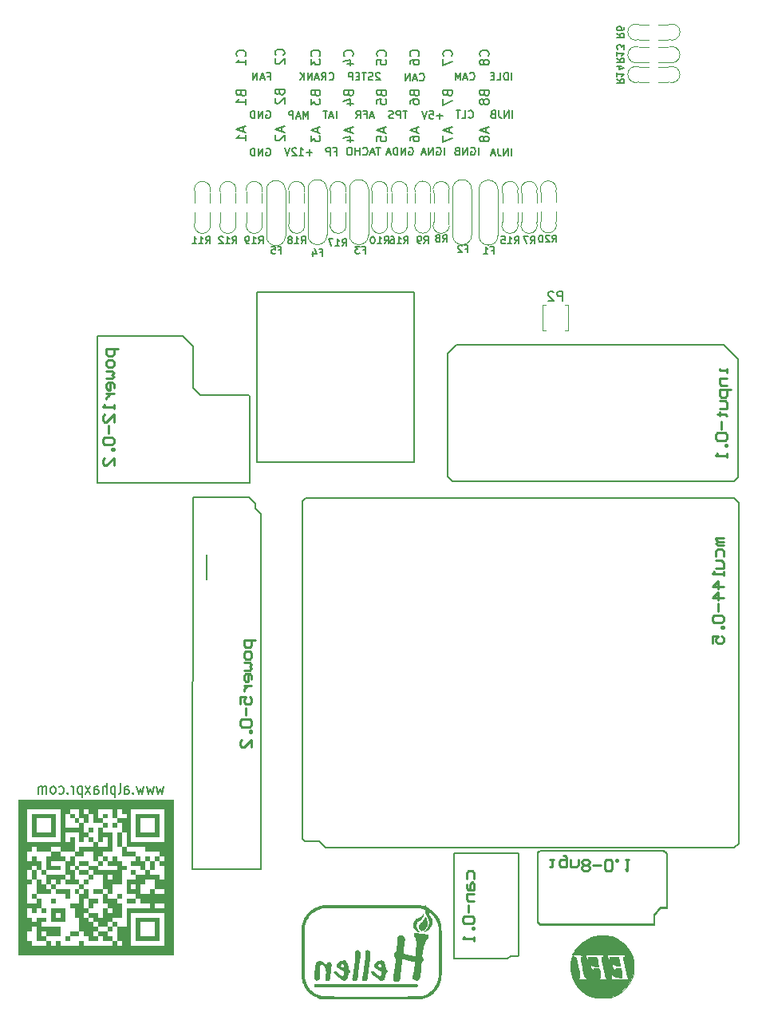
<source format=gbo>
G75*
G70*
%OFA0B0*%
%FSLAX25Y25*%
%IPPOS*%
%LPD*%
%AMOC8*
5,1,8,0,0,1.08239X$1,22.5*
%
%ADD124C,0.00390*%
%ADD139C,0.00472*%
%ADD147C,0.00500*%
%ADD184C,0.00591*%
%ADD201C,0.01000*%
%ADD236C,0.00787*%
%ADD33C,0.00512*%
%ADD50C,0.00010*%
%ADD78C,0.00669*%
X0000000Y0000000D02*
%LPD*%
G01*
D78*
X0211787Y0355756D02*
X0211787Y0358905D01*
X0208637Y0358755D02*
X0208937Y0358905D01*
X0209387Y0358905D01*
X0209837Y0358755D01*
X0210137Y0358456D01*
X0210287Y0358156D01*
X0210437Y0357556D01*
X0210437Y0357106D01*
X0210287Y0356506D01*
X0210137Y0356206D01*
X0209837Y0355906D01*
X0209387Y0355756D01*
X0209087Y0355756D01*
X0208637Y0355906D01*
X0208487Y0356056D01*
X0208487Y0357106D01*
X0209087Y0357106D01*
X0207137Y0355756D02*
X0207137Y0358905D01*
X0205337Y0355756D01*
X0205337Y0358905D01*
X0202788Y0357406D02*
X0202338Y0357256D01*
X0202188Y0357106D01*
X0202038Y0356806D01*
X0202038Y0356356D01*
X0202188Y0356056D01*
X0202338Y0355906D01*
X0202638Y0355756D01*
X0203838Y0355756D01*
X0203838Y0358905D01*
X0202788Y0358905D01*
X0202488Y0358755D01*
X0202338Y0358605D01*
X0202188Y0358306D01*
X0202188Y0358006D01*
X0202338Y0357706D01*
X0202488Y0357556D01*
X0202788Y0357406D01*
X0203838Y0357406D01*
X0149387Y0387281D02*
X0149537Y0387131D01*
X0149987Y0386981D01*
X0150287Y0386981D01*
X0150737Y0387131D01*
X0151037Y0387431D01*
X0151187Y0387731D01*
X0151337Y0388331D01*
X0151337Y0388781D01*
X0151187Y0389381D01*
X0151037Y0389681D01*
X0150737Y0389981D01*
X0150287Y0390131D01*
X0149987Y0390131D01*
X0149537Y0389981D01*
X0149387Y0389831D01*
X0146237Y0386981D02*
X0147287Y0388481D01*
X0148037Y0386981D02*
X0148037Y0390131D01*
X0146837Y0390131D01*
X0146537Y0389981D01*
X0146387Y0389831D01*
X0146237Y0389531D01*
X0146237Y0389081D01*
X0146387Y0388781D01*
X0146537Y0388631D01*
X0146837Y0388481D01*
X0148037Y0388481D01*
X0145037Y0387881D02*
X0143538Y0387881D01*
X0145337Y0386981D02*
X0144287Y0390131D01*
X0143238Y0386981D01*
X0142188Y0386981D02*
X0142188Y0390131D01*
X0140388Y0386981D01*
X0140388Y0390131D01*
X0138888Y0386981D02*
X0138888Y0390131D01*
X0137088Y0386981D02*
X0138438Y0388781D01*
X0137088Y0390131D02*
X0138888Y0388331D01*
X0225547Y0387118D02*
X0225547Y0390268D01*
X0224048Y0387118D02*
X0224048Y0390268D01*
X0223298Y0390268D01*
X0222848Y0390118D01*
X0222548Y0389818D01*
X0222398Y0389518D01*
X0222248Y0388918D01*
X0222248Y0388468D01*
X0222398Y0387868D01*
X0222548Y0387568D01*
X0222848Y0387268D01*
X0223298Y0387118D01*
X0224048Y0387118D01*
X0219398Y0387118D02*
X0220898Y0387118D01*
X0220898Y0390268D01*
X0218348Y0388768D02*
X0217298Y0388768D01*
X0216848Y0387118D02*
X0218348Y0387118D01*
X0218348Y0390268D01*
X0216848Y0390268D01*
D236*
X0080270Y0092060D02*
X0079520Y0088910D01*
X0078770Y0091160D01*
X0078020Y0088910D01*
X0077270Y0092060D01*
X0076145Y0092060D02*
X0075395Y0088910D01*
X0074645Y0091160D01*
X0073895Y0088910D01*
X0073145Y0092060D01*
X0072021Y0092060D02*
X0071271Y0088910D01*
X0070521Y0091160D01*
X0069771Y0088910D01*
X0069021Y0092060D01*
X0067521Y0089360D02*
X0067334Y0089135D01*
X0067521Y0088910D01*
X0067709Y0089135D01*
X0067521Y0089360D01*
X0067521Y0088910D01*
X0063959Y0088910D02*
X0063959Y0091385D01*
X0064147Y0091835D01*
X0064522Y0092060D01*
X0065271Y0092060D01*
X0065646Y0091835D01*
X0063959Y0089135D02*
X0064334Y0088910D01*
X0065271Y0088910D01*
X0065646Y0089135D01*
X0065834Y0089585D01*
X0065834Y0090035D01*
X0065646Y0090485D01*
X0065271Y0090710D01*
X0064334Y0090710D01*
X0063959Y0090935D01*
X0061522Y0088910D02*
X0061897Y0089135D01*
X0062084Y0089585D01*
X0062084Y0093634D01*
X0060022Y0092060D02*
X0060022Y0087335D01*
X0060022Y0091835D02*
X0059647Y0092060D01*
X0058897Y0092060D01*
X0058522Y0091835D01*
X0058335Y0091610D01*
X0058147Y0091160D01*
X0058147Y0089810D01*
X0058335Y0089360D01*
X0058522Y0089135D01*
X0058897Y0088910D01*
X0059647Y0088910D01*
X0060022Y0089135D01*
X0056460Y0088910D02*
X0056460Y0093634D01*
X0054773Y0088910D02*
X0054773Y0091385D01*
X0054960Y0091835D01*
X0055335Y0092060D01*
X0055898Y0092060D01*
X0056273Y0091835D01*
X0056460Y0091610D01*
X0051211Y0088910D02*
X0051211Y0091385D01*
X0051398Y0091835D01*
X0051773Y0092060D01*
X0052523Y0092060D01*
X0052898Y0091835D01*
X0051211Y0089135D02*
X0051586Y0088910D01*
X0052523Y0088910D01*
X0052898Y0089135D01*
X0053085Y0089585D01*
X0053085Y0090035D01*
X0052898Y0090485D01*
X0052523Y0090710D01*
X0051586Y0090710D01*
X0051211Y0090935D01*
X0049711Y0088910D02*
X0047649Y0092060D01*
X0049711Y0092060D02*
X0047649Y0088910D01*
X0046149Y0092060D02*
X0046149Y0087335D01*
X0046149Y0091835D02*
X0045774Y0092060D01*
X0045024Y0092060D01*
X0044649Y0091835D01*
X0044462Y0091610D01*
X0044274Y0091160D01*
X0044274Y0089810D01*
X0044462Y0089360D01*
X0044649Y0089135D01*
X0045024Y0088910D01*
X0045774Y0088910D01*
X0046149Y0089135D01*
X0042587Y0088910D02*
X0042587Y0092060D01*
X0042587Y0091160D02*
X0042399Y0091610D01*
X0042212Y0091835D01*
X0041837Y0092060D01*
X0041462Y0092060D01*
X0040150Y0089360D02*
X0039962Y0089135D01*
X0040150Y0088910D01*
X0040337Y0089135D01*
X0040150Y0089360D01*
X0040150Y0088910D01*
X0036588Y0089135D02*
X0036963Y0088910D01*
X0037712Y0088910D01*
X0038087Y0089135D01*
X0038275Y0089360D01*
X0038462Y0089810D01*
X0038462Y0091160D01*
X0038275Y0091610D01*
X0038087Y0091835D01*
X0037712Y0092060D01*
X0036963Y0092060D01*
X0036588Y0091835D01*
X0034338Y0088910D02*
X0034713Y0089135D01*
X0034900Y0089360D01*
X0035088Y0089810D01*
X0035088Y0091160D01*
X0034900Y0091610D01*
X0034713Y0091835D01*
X0034338Y0092060D01*
X0033775Y0092060D01*
X0033400Y0091835D01*
X0033213Y0091610D01*
X0033025Y0091160D01*
X0033025Y0089810D01*
X0033213Y0089360D01*
X0033400Y0089135D01*
X0033775Y0088910D01*
X0034338Y0088910D01*
X0031338Y0088910D02*
X0031338Y0092060D01*
X0031338Y0091610D02*
X0031151Y0091835D01*
X0030776Y0092060D01*
X0030213Y0092060D01*
X0029838Y0091835D01*
X0029651Y0091385D01*
X0029651Y0088910D01*
X0029651Y0091385D02*
X0029463Y0091835D01*
X0029088Y0092060D01*
X0028526Y0092060D01*
X0028151Y0091835D01*
X0027964Y0091385D01*
X0027964Y0088910D01*
D78*
X0181978Y0374197D02*
X0180178Y0374197D01*
X0181078Y0371047D02*
X0181078Y0374197D01*
X0179129Y0371047D02*
X0179129Y0374197D01*
X0177929Y0374197D01*
X0177629Y0374047D01*
X0177479Y0373897D01*
X0177329Y0373597D01*
X0177329Y0373147D01*
X0177479Y0372847D01*
X0177629Y0372697D01*
X0177929Y0372547D01*
X0179129Y0372547D01*
X0176129Y0371197D02*
X0175679Y0371047D01*
X0174929Y0371047D01*
X0174629Y0371197D01*
X0174479Y0371347D01*
X0174329Y0371647D01*
X0174329Y0371947D01*
X0174479Y0372247D01*
X0174629Y0372397D01*
X0174929Y0372547D01*
X0175529Y0372697D01*
X0175829Y0372847D01*
X0175979Y0372997D01*
X0176129Y0373297D01*
X0176129Y0373597D01*
X0175979Y0373897D01*
X0175829Y0374047D01*
X0175529Y0374197D01*
X0174779Y0374197D01*
X0174329Y0374047D01*
X0225610Y0355481D02*
X0225610Y0358631D01*
X0224110Y0355481D02*
X0224110Y0358631D01*
X0222310Y0355481D01*
X0222310Y0358631D01*
X0219910Y0358631D02*
X0219910Y0356381D01*
X0220060Y0355931D01*
X0220360Y0355631D01*
X0220810Y0355481D01*
X0221110Y0355481D01*
X0218561Y0356381D02*
X0217061Y0356381D01*
X0218861Y0355481D02*
X0217811Y0358631D01*
X0216761Y0355481D01*
X0187171Y0387006D02*
X0187321Y0386856D01*
X0187771Y0386706D01*
X0188071Y0386706D01*
X0188521Y0386856D01*
X0188821Y0387156D01*
X0188971Y0387456D01*
X0189121Y0388056D01*
X0189121Y0388506D01*
X0188971Y0389106D01*
X0188821Y0389406D01*
X0188521Y0389706D01*
X0188071Y0389856D01*
X0187771Y0389856D01*
X0187321Y0389706D01*
X0187171Y0389556D01*
X0185971Y0387606D02*
X0184472Y0387606D01*
X0186271Y0386706D02*
X0185221Y0389856D01*
X0184172Y0386706D01*
X0183122Y0386706D02*
X0183122Y0389856D01*
X0181322Y0386706D01*
X0181322Y0389856D01*
X0151381Y0357268D02*
X0152431Y0357268D01*
X0152431Y0355618D02*
X0152431Y0358768D01*
X0150931Y0358768D01*
X0149731Y0355618D02*
X0149731Y0358768D01*
X0148532Y0358768D01*
X0148232Y0358618D01*
X0148082Y0358468D01*
X0147932Y0358168D01*
X0147932Y0357718D01*
X0148082Y0357418D01*
X0148232Y0357268D01*
X0148532Y0357118D01*
X0149731Y0357118D01*
X0197413Y0355756D02*
X0197413Y0358905D01*
X0194264Y0358755D02*
X0194564Y0358905D01*
X0195014Y0358905D01*
X0195463Y0358755D01*
X0195763Y0358456D01*
X0195913Y0358156D01*
X0196063Y0357556D01*
X0196063Y0357106D01*
X0195913Y0356506D01*
X0195763Y0356206D01*
X0195463Y0355906D01*
X0195014Y0355756D01*
X0194714Y0355756D01*
X0194264Y0355906D01*
X0194114Y0356056D01*
X0194114Y0357106D01*
X0194714Y0357106D01*
X0192764Y0355756D02*
X0192764Y0358905D01*
X0190964Y0355756D01*
X0190964Y0358905D01*
X0189614Y0356656D02*
X0188114Y0356656D01*
X0189914Y0355756D02*
X0188864Y0358905D01*
X0187814Y0355756D01*
X0207663Y0371484D02*
X0207813Y0371334D01*
X0208263Y0371184D01*
X0208563Y0371184D01*
X0209013Y0371334D01*
X0209313Y0371634D01*
X0209463Y0371934D01*
X0209613Y0372534D01*
X0209613Y0372984D01*
X0209463Y0373584D01*
X0209313Y0373884D01*
X0209013Y0374184D01*
X0208563Y0374334D01*
X0208263Y0374334D01*
X0207813Y0374184D01*
X0207663Y0374034D01*
X0204813Y0371184D02*
X0206313Y0371184D01*
X0206313Y0374334D01*
X0204213Y0374334D02*
X0202413Y0374334D01*
X0203313Y0371184D02*
X0203313Y0374334D01*
X0123123Y0358481D02*
X0123423Y0358631D01*
X0123873Y0358631D01*
X0124323Y0358481D01*
X0124623Y0358181D01*
X0124773Y0357881D01*
X0124923Y0357281D01*
X0124923Y0356831D01*
X0124773Y0356231D01*
X0124623Y0355931D01*
X0124323Y0355631D01*
X0123873Y0355481D01*
X0123573Y0355481D01*
X0123123Y0355631D01*
X0122973Y0355781D01*
X0122973Y0356831D01*
X0123573Y0356831D01*
X0121623Y0355481D02*
X0121623Y0358631D01*
X0119824Y0355481D01*
X0119824Y0358631D01*
X0118324Y0355481D02*
X0118324Y0358631D01*
X0117574Y0358631D01*
X0117124Y0358481D01*
X0116824Y0358181D01*
X0116674Y0357881D01*
X0116524Y0357281D01*
X0116524Y0356831D01*
X0116674Y0356231D01*
X0116824Y0355931D01*
X0117124Y0355631D01*
X0117574Y0355481D01*
X0118324Y0355481D01*
X0123123Y0374140D02*
X0123423Y0374290D01*
X0123873Y0374290D01*
X0124323Y0374140D01*
X0124623Y0373840D01*
X0124773Y0373540D01*
X0124923Y0372940D01*
X0124923Y0372490D01*
X0124773Y0371890D01*
X0124623Y0371590D01*
X0124323Y0371290D01*
X0123873Y0371140D01*
X0123573Y0371140D01*
X0123123Y0371290D01*
X0122973Y0371440D01*
X0122973Y0372490D01*
X0123573Y0372490D01*
X0121623Y0371140D02*
X0121623Y0374290D01*
X0119824Y0371140D01*
X0119824Y0374290D01*
X0118324Y0371140D02*
X0118324Y0374290D01*
X0117574Y0374290D01*
X0117124Y0374140D01*
X0116824Y0373840D01*
X0116674Y0373540D01*
X0116524Y0372940D01*
X0116524Y0372490D01*
X0116674Y0371890D01*
X0116824Y0371590D01*
X0117124Y0371290D01*
X0117574Y0371140D01*
X0118324Y0371140D01*
X0225972Y0371184D02*
X0225972Y0374334D01*
X0224472Y0371184D02*
X0224472Y0374334D01*
X0222672Y0371184D01*
X0222672Y0374334D01*
X0220273Y0374334D02*
X0220273Y0372084D01*
X0220423Y0371634D01*
X0220723Y0371334D01*
X0221173Y0371184D01*
X0221473Y0371184D01*
X0217723Y0372834D02*
X0217273Y0372684D01*
X0217123Y0372534D01*
X0216973Y0372234D01*
X0216973Y0371784D01*
X0217123Y0371484D01*
X0217273Y0371334D01*
X0217573Y0371184D01*
X0218773Y0371184D01*
X0218773Y0374334D01*
X0217723Y0374334D01*
X0217423Y0374184D01*
X0217273Y0374034D01*
X0217123Y0373734D01*
X0217123Y0373434D01*
X0217273Y0373134D01*
X0217423Y0372984D01*
X0217723Y0372834D01*
X0218773Y0372834D01*
X0167942Y0371947D02*
X0166442Y0371947D01*
X0168242Y0371047D02*
X0167192Y0374197D01*
X0166142Y0371047D01*
X0164042Y0372697D02*
X0165092Y0372697D01*
X0165092Y0371047D02*
X0165092Y0374197D01*
X0163592Y0374197D01*
X0160593Y0371047D02*
X0161643Y0372547D01*
X0162393Y0371047D02*
X0162393Y0374197D01*
X0161193Y0374197D01*
X0160893Y0374047D01*
X0160743Y0373897D01*
X0160593Y0373597D01*
X0160593Y0373147D01*
X0160743Y0372847D01*
X0160893Y0372697D01*
X0161193Y0372547D01*
X0162393Y0372547D01*
X0170592Y0389831D02*
X0170442Y0389981D01*
X0170142Y0390131D01*
X0169392Y0390131D01*
X0169092Y0389981D01*
X0168942Y0389831D01*
X0168792Y0389531D01*
X0168792Y0389231D01*
X0168942Y0388781D01*
X0170742Y0386981D01*
X0168792Y0386981D01*
X0167592Y0387131D02*
X0167142Y0386981D01*
X0166392Y0386981D01*
X0166092Y0387131D01*
X0165942Y0387281D01*
X0165792Y0387581D01*
X0165792Y0387881D01*
X0165942Y0388181D01*
X0166092Y0388331D01*
X0166392Y0388481D01*
X0166992Y0388631D01*
X0167292Y0388781D01*
X0167442Y0388931D01*
X0167592Y0389231D01*
X0167592Y0389531D01*
X0167442Y0389831D01*
X0167292Y0389981D01*
X0166992Y0390131D01*
X0166242Y0390131D01*
X0165792Y0389981D01*
X0164893Y0390131D02*
X0163093Y0390131D01*
X0163993Y0386981D02*
X0163993Y0390131D01*
X0162043Y0388631D02*
X0160993Y0388631D01*
X0160543Y0386981D02*
X0162043Y0386981D01*
X0162043Y0390131D01*
X0160543Y0390131D01*
X0159193Y0386981D02*
X0159193Y0390131D01*
X0157993Y0390131D01*
X0157693Y0389981D01*
X0157543Y0389831D01*
X0157393Y0389531D01*
X0157393Y0389081D01*
X0157543Y0388781D01*
X0157693Y0388631D01*
X0157993Y0388481D01*
X0159193Y0388481D01*
X0208200Y0387281D02*
X0208350Y0387131D01*
X0208800Y0386981D01*
X0209100Y0386981D01*
X0209550Y0387131D01*
X0209850Y0387431D01*
X0210000Y0387731D01*
X0210150Y0388331D01*
X0210150Y0388781D01*
X0210000Y0389381D01*
X0209850Y0389681D01*
X0209550Y0389981D01*
X0209100Y0390131D01*
X0208800Y0390131D01*
X0208350Y0389981D01*
X0208200Y0389831D01*
X0207001Y0387881D02*
X0205501Y0387881D01*
X0207300Y0386981D02*
X0206251Y0390131D01*
X0205201Y0386981D01*
X0204151Y0386981D02*
X0204151Y0390131D01*
X0203101Y0387881D01*
X0202051Y0390131D01*
X0202051Y0386981D01*
X0123685Y0388631D02*
X0124735Y0388631D01*
X0124735Y0386981D02*
X0124735Y0390131D01*
X0123235Y0390131D01*
X0122185Y0387881D02*
X0120686Y0387881D01*
X0122485Y0386981D02*
X0121435Y0390131D01*
X0120386Y0386981D01*
X0119336Y0386981D02*
X0119336Y0390131D01*
X0117536Y0386981D01*
X0117536Y0390131D01*
X0182715Y0358755D02*
X0183015Y0358905D01*
X0183465Y0358905D01*
X0183915Y0358755D01*
X0184215Y0358456D01*
X0184365Y0358156D01*
X0184514Y0357556D01*
X0184514Y0357106D01*
X0184365Y0356506D01*
X0184215Y0356206D01*
X0183915Y0355906D01*
X0183465Y0355756D01*
X0183165Y0355756D01*
X0182715Y0355906D01*
X0182565Y0356056D01*
X0182565Y0357106D01*
X0183165Y0357106D01*
X0181215Y0355756D02*
X0181215Y0358905D01*
X0179415Y0355756D01*
X0179415Y0358905D01*
X0177915Y0355756D02*
X0177915Y0358905D01*
X0177165Y0358905D01*
X0176715Y0358755D01*
X0176416Y0358456D01*
X0176266Y0358156D01*
X0176116Y0357556D01*
X0176116Y0357106D01*
X0176266Y0356506D01*
X0176416Y0356206D01*
X0176715Y0355906D01*
X0177165Y0355756D01*
X0177915Y0355756D01*
X0174916Y0356656D02*
X0173416Y0356656D01*
X0175216Y0355756D02*
X0174166Y0358905D01*
X0173116Y0355756D01*
X0196751Y0372110D02*
X0194351Y0372110D01*
X0195551Y0370910D02*
X0195551Y0373309D01*
X0191352Y0374059D02*
X0192851Y0374059D01*
X0193001Y0372559D01*
X0192851Y0372709D01*
X0192551Y0372859D01*
X0191802Y0372859D01*
X0191502Y0372709D01*
X0191352Y0372559D01*
X0191202Y0372260D01*
X0191202Y0371510D01*
X0191352Y0371210D01*
X0191502Y0371060D01*
X0191802Y0370910D01*
X0192551Y0370910D01*
X0192851Y0371060D01*
X0193001Y0371210D01*
X0190302Y0374059D02*
X0189252Y0370910D01*
X0188202Y0374059D01*
X0140632Y0370910D02*
X0140632Y0374059D01*
X0139582Y0371810D01*
X0138532Y0374059D01*
X0138532Y0370910D01*
X0137182Y0371810D02*
X0135683Y0371810D01*
X0137482Y0370910D02*
X0136433Y0374059D01*
X0135383Y0370910D01*
X0134333Y0370910D02*
X0134333Y0374059D01*
X0133133Y0374059D01*
X0132833Y0373909D01*
X0132683Y0373759D01*
X0132533Y0373459D01*
X0132533Y0373009D01*
X0132683Y0372709D01*
X0132833Y0372559D01*
X0133133Y0372410D01*
X0134333Y0372410D01*
X0152394Y0371047D02*
X0152394Y0374197D01*
X0151044Y0371947D02*
X0149544Y0371947D01*
X0151344Y0371047D02*
X0150294Y0374197D01*
X0149244Y0371047D01*
X0148644Y0374197D02*
X0146845Y0374197D01*
X0147745Y0371047D02*
X0147745Y0374197D01*
X0142344Y0356818D02*
X0139944Y0356818D01*
X0141144Y0355618D02*
X0141144Y0358018D01*
X0136795Y0355618D02*
X0138595Y0355618D01*
X0137695Y0355618D02*
X0137695Y0358768D01*
X0137995Y0358318D01*
X0138295Y0358018D01*
X0138595Y0357868D01*
X0135595Y0358468D02*
X0135445Y0358618D01*
X0135145Y0358768D01*
X0134395Y0358768D01*
X0134095Y0358618D01*
X0133945Y0358468D01*
X0133795Y0358168D01*
X0133795Y0357868D01*
X0133945Y0357418D01*
X0135745Y0355618D01*
X0133795Y0355618D01*
X0132895Y0358768D02*
X0131845Y0355618D01*
X0130796Y0358768D01*
X0170842Y0358905D02*
X0169042Y0358905D01*
X0169942Y0355756D02*
X0169942Y0358905D01*
X0168142Y0356656D02*
X0166643Y0356656D01*
X0168442Y0355756D02*
X0167392Y0358905D01*
X0166343Y0355756D01*
X0163493Y0356056D02*
X0163643Y0355906D01*
X0164093Y0355756D01*
X0164393Y0355756D01*
X0164843Y0355906D01*
X0165143Y0356206D01*
X0165293Y0356506D01*
X0165443Y0357106D01*
X0165443Y0357556D01*
X0165293Y0358156D01*
X0165143Y0358456D01*
X0164843Y0358755D01*
X0164393Y0358905D01*
X0164093Y0358905D01*
X0163643Y0358755D01*
X0163493Y0358605D01*
X0162143Y0355756D02*
X0162143Y0358905D01*
X0162143Y0357406D02*
X0160343Y0357406D01*
X0160343Y0355756D02*
X0160343Y0358905D01*
X0158244Y0358905D02*
X0157644Y0358905D01*
X0157344Y0358755D01*
X0157044Y0358456D01*
X0156894Y0357856D01*
X0156894Y0356806D01*
X0157044Y0356206D01*
X0157344Y0355906D01*
X0157644Y0355756D01*
X0158244Y0355756D01*
X0158544Y0355906D01*
X0158844Y0356206D01*
X0158994Y0356806D01*
X0158994Y0357856D01*
X0158844Y0358456D01*
X0158544Y0358755D01*
X0158244Y0358905D01*
D33*
X0196821Y0319429D02*
X0197805Y0320835D01*
X0198508Y0319429D02*
X0198508Y0322382D01*
X0197383Y0322382D01*
X0197102Y0322241D01*
X0196961Y0322101D01*
X0196821Y0321819D01*
X0196821Y0321398D01*
X0196961Y0321116D01*
X0197102Y0320976D01*
X0197383Y0320835D01*
X0198508Y0320835D01*
X0195133Y0321116D02*
X0195415Y0321257D01*
X0195555Y0321398D01*
X0195696Y0321679D01*
X0195696Y0321819D01*
X0195555Y0322101D01*
X0195415Y0322241D01*
X0195133Y0322382D01*
X0194571Y0322382D01*
X0194290Y0322241D01*
X0194149Y0322101D01*
X0194009Y0321819D01*
X0194009Y0321679D01*
X0194149Y0321398D01*
X0194290Y0321257D01*
X0194571Y0321116D01*
X0195133Y0321116D01*
X0195415Y0320976D01*
X0195555Y0320835D01*
X0195696Y0320554D01*
X0195696Y0319992D01*
X0195555Y0319710D01*
X0195415Y0319570D01*
X0195133Y0319429D01*
X0194571Y0319429D01*
X0194290Y0319570D01*
X0194149Y0319710D01*
X0194009Y0319992D01*
X0194009Y0320554D01*
X0194149Y0320835D01*
X0194290Y0320976D01*
X0194571Y0321116D01*
D147*
X0189014Y0318812D02*
X0190014Y0320241D01*
X0190728Y0318812D02*
X0190728Y0321812D01*
X0189585Y0321812D01*
X0189300Y0321669D01*
X0189157Y0321527D01*
X0189014Y0321241D01*
X0189014Y0320812D01*
X0189157Y0320527D01*
X0189300Y0320384D01*
X0189585Y0320241D01*
X0190728Y0320241D01*
X0187585Y0318812D02*
X0187014Y0318812D01*
X0186728Y0318955D01*
X0186585Y0319098D01*
X0186300Y0319527D01*
X0186157Y0320098D01*
X0186157Y0321241D01*
X0186300Y0321527D01*
X0186443Y0321669D01*
X0186728Y0321812D01*
X0187300Y0321812D01*
X0187585Y0321669D01*
X0187728Y0321527D01*
X0187871Y0321241D01*
X0187871Y0320527D01*
X0187728Y0320241D01*
X0187585Y0320098D01*
X0187300Y0319955D01*
X0186728Y0319955D01*
X0186443Y0320098D01*
X0186300Y0320241D01*
X0186157Y0320527D01*
X0145488Y0315175D02*
X0146488Y0315175D01*
X0146488Y0313603D02*
X0146488Y0316603D01*
X0145060Y0316603D01*
X0142631Y0315603D02*
X0142631Y0313603D01*
X0143345Y0316746D02*
X0144060Y0314603D01*
X0142202Y0314603D01*
D78*
X0246835Y0294873D02*
X0246835Y0298810D01*
X0245335Y0298810D01*
X0244960Y0298622D01*
X0244773Y0298435D01*
X0244585Y0298060D01*
X0244585Y0297497D01*
X0244773Y0297122D01*
X0244960Y0296935D01*
X0245335Y0296747D01*
X0246835Y0296747D01*
X0243085Y0298435D02*
X0242898Y0298622D01*
X0242523Y0298810D01*
X0241586Y0298810D01*
X0241211Y0298622D01*
X0241023Y0298435D01*
X0240836Y0298060D01*
X0240836Y0297685D01*
X0241023Y0297122D01*
X0243273Y0294873D01*
X0240836Y0294873D01*
D33*
X0097827Y0318711D02*
X0098812Y0320118D01*
X0099515Y0318711D02*
X0099515Y0321664D01*
X0098390Y0321664D01*
X0098109Y0321524D01*
X0097968Y0321383D01*
X0097827Y0321102D01*
X0097827Y0320680D01*
X0097968Y0320399D01*
X0098109Y0320258D01*
X0098390Y0320118D01*
X0099515Y0320118D01*
X0095015Y0318711D02*
X0096702Y0318711D01*
X0095859Y0318711D02*
X0095859Y0321664D01*
X0096140Y0321242D01*
X0096421Y0320961D01*
X0096702Y0320821D01*
X0092203Y0318711D02*
X0093890Y0318711D01*
X0093047Y0318711D02*
X0093047Y0321664D01*
X0093328Y0321242D01*
X0093609Y0320961D01*
X0093890Y0320821D01*
X0269593Y0406594D02*
X0270999Y0405610D01*
X0269593Y0404907D02*
X0272546Y0404907D01*
X0272546Y0406032D01*
X0272406Y0406313D01*
X0272265Y0406454D01*
X0271984Y0406594D01*
X0271562Y0406594D01*
X0271281Y0406454D01*
X0271140Y0406313D01*
X0270999Y0406032D01*
X0270999Y0404907D01*
X0272546Y0409125D02*
X0272546Y0408563D01*
X0272406Y0408282D01*
X0272265Y0408141D01*
X0271843Y0407860D01*
X0271281Y0407719D01*
X0270156Y0407719D01*
X0269875Y0407860D01*
X0269734Y0408001D01*
X0269593Y0408282D01*
X0269593Y0408844D01*
X0269734Y0409125D01*
X0269875Y0409266D01*
X0270156Y0409407D01*
X0270859Y0409407D01*
X0271140Y0409266D01*
X0271281Y0409125D01*
X0271421Y0408844D01*
X0271421Y0408282D01*
X0271281Y0408001D01*
X0271140Y0407860D01*
X0270859Y0407719D01*
X0154827Y0317711D02*
X0155812Y0319118D01*
X0156515Y0317711D02*
X0156515Y0320664D01*
X0155390Y0320664D01*
X0155109Y0320524D01*
X0154968Y0320383D01*
X0154827Y0320102D01*
X0154827Y0319680D01*
X0154968Y0319399D01*
X0155109Y0319258D01*
X0155390Y0319118D01*
X0156515Y0319118D01*
X0152015Y0317711D02*
X0153702Y0317711D01*
X0152859Y0317711D02*
X0152859Y0320664D01*
X0153140Y0320242D01*
X0153421Y0319961D01*
X0153702Y0319821D01*
X0151031Y0320664D02*
X0149062Y0320664D01*
X0150328Y0317711D01*
X0180638Y0318711D02*
X0181623Y0320118D01*
X0182326Y0318711D02*
X0182326Y0321664D01*
X0181201Y0321664D01*
X0180920Y0321524D01*
X0180779Y0321383D01*
X0180638Y0321102D01*
X0180638Y0320680D01*
X0180779Y0320399D01*
X0180920Y0320258D01*
X0181201Y0320118D01*
X0182326Y0320118D01*
X0177826Y0318711D02*
X0179513Y0318711D01*
X0178670Y0318711D02*
X0178670Y0321664D01*
X0178951Y0321242D01*
X0179232Y0320961D01*
X0179513Y0320821D01*
X0175295Y0321664D02*
X0175858Y0321664D01*
X0176139Y0321524D01*
X0176280Y0321383D01*
X0176561Y0320961D01*
X0176701Y0320399D01*
X0176701Y0319274D01*
X0176561Y0318993D01*
X0176420Y0318852D01*
X0176139Y0318711D01*
X0175576Y0318711D01*
X0175295Y0318852D01*
X0175155Y0318993D01*
X0175014Y0319274D01*
X0175014Y0319977D01*
X0175155Y0320258D01*
X0175295Y0320399D01*
X0175576Y0320539D01*
X0176139Y0320539D01*
X0176420Y0320399D01*
X0176561Y0320258D01*
X0176701Y0319977D01*
D147*
X0172401Y0318722D02*
X0173401Y0320150D01*
X0174115Y0318722D02*
X0174115Y0321722D01*
X0172972Y0321722D01*
X0172687Y0321579D01*
X0172544Y0321436D01*
X0172401Y0321150D01*
X0172401Y0320722D01*
X0172544Y0320436D01*
X0172687Y0320293D01*
X0172972Y0320150D01*
X0174115Y0320150D01*
X0169544Y0318722D02*
X0171258Y0318722D01*
X0170401Y0318722D02*
X0170401Y0321722D01*
X0170687Y0321293D01*
X0170972Y0321007D01*
X0171258Y0320864D01*
X0167687Y0321722D02*
X0167401Y0321722D01*
X0167115Y0321579D01*
X0166972Y0321436D01*
X0166830Y0321150D01*
X0166687Y0320579D01*
X0166687Y0319864D01*
X0166830Y0319293D01*
X0166972Y0319007D01*
X0167115Y0318864D01*
X0167401Y0318722D01*
X0167687Y0318722D01*
X0167972Y0318864D01*
X0168115Y0319007D01*
X0168258Y0319293D01*
X0168401Y0319864D01*
X0168401Y0320579D01*
X0168258Y0321150D01*
X0168115Y0321436D01*
X0167972Y0321579D01*
X0167687Y0321722D01*
X0120039Y0318722D02*
X0121039Y0320150D01*
X0121753Y0318722D02*
X0121753Y0321722D01*
X0120610Y0321722D01*
X0120325Y0321579D01*
X0120182Y0321436D01*
X0120039Y0321150D01*
X0120039Y0320722D01*
X0120182Y0320436D01*
X0120325Y0320293D01*
X0120610Y0320150D01*
X0121753Y0320150D01*
X0117182Y0318722D02*
X0118896Y0318722D01*
X0118039Y0318722D02*
X0118039Y0321722D01*
X0118325Y0321293D01*
X0118610Y0321007D01*
X0118896Y0320864D01*
X0115753Y0318722D02*
X0115182Y0318722D01*
X0114896Y0318864D01*
X0114753Y0319007D01*
X0114467Y0319436D01*
X0114325Y0320007D01*
X0114325Y0321150D01*
X0114467Y0321436D01*
X0114610Y0321579D01*
X0114896Y0321722D01*
X0115467Y0321722D01*
X0115753Y0321579D01*
X0115896Y0321436D01*
X0116039Y0321150D01*
X0116039Y0320436D01*
X0115896Y0320150D01*
X0115753Y0320007D01*
X0115467Y0319864D01*
X0114896Y0319864D01*
X0114610Y0320007D01*
X0114467Y0320150D01*
X0114325Y0320436D01*
X0217126Y0315962D02*
X0218126Y0315962D01*
X0218126Y0314391D02*
X0218126Y0317391D01*
X0216697Y0317391D01*
X0213983Y0314391D02*
X0215697Y0314391D01*
X0214840Y0314391D02*
X0214840Y0317391D01*
X0215126Y0316962D01*
X0215412Y0316677D01*
X0215697Y0316534D01*
D33*
X0269593Y0387472D02*
X0270999Y0386488D01*
X0269593Y0385785D02*
X0272546Y0385785D01*
X0272546Y0386909D01*
X0272406Y0387191D01*
X0272265Y0387331D01*
X0271984Y0387472D01*
X0271562Y0387472D01*
X0271281Y0387331D01*
X0271140Y0387191D01*
X0270999Y0386909D01*
X0270999Y0385785D01*
X0269593Y0390284D02*
X0269593Y0388597D01*
X0269593Y0389440D02*
X0272546Y0389440D01*
X0272124Y0389159D01*
X0271843Y0388878D01*
X0271702Y0388597D01*
X0271562Y0392815D02*
X0269593Y0392815D01*
X0272687Y0392112D02*
X0270578Y0391409D01*
X0270578Y0393237D01*
D147*
X0163402Y0316159D02*
X0164402Y0316159D01*
X0164402Y0314588D02*
X0164402Y0317588D01*
X0162973Y0317588D01*
X0162116Y0317588D02*
X0160259Y0317588D01*
X0161259Y0316445D01*
X0160830Y0316445D01*
X0160544Y0316302D01*
X0160402Y0316159D01*
X0160259Y0315873D01*
X0160259Y0315159D01*
X0160402Y0314873D01*
X0160544Y0314731D01*
X0160830Y0314588D01*
X0161687Y0314588D01*
X0161973Y0314731D01*
X0162116Y0314873D01*
D33*
X0226827Y0318711D02*
X0227812Y0320118D01*
X0228515Y0318711D02*
X0228515Y0321664D01*
X0227390Y0321664D01*
X0227109Y0321524D01*
X0226968Y0321383D01*
X0226827Y0321102D01*
X0226827Y0320680D01*
X0226968Y0320399D01*
X0227109Y0320258D01*
X0227390Y0320118D01*
X0228515Y0320118D01*
X0224015Y0318711D02*
X0225702Y0318711D01*
X0224859Y0318711D02*
X0224859Y0321664D01*
X0225140Y0321242D01*
X0225421Y0320961D01*
X0225702Y0320821D01*
X0221344Y0321664D02*
X0222750Y0321664D01*
X0222890Y0320258D01*
X0222750Y0320399D01*
X0222469Y0320539D01*
X0221765Y0320539D01*
X0221484Y0320399D01*
X0221344Y0320258D01*
X0221203Y0319977D01*
X0221203Y0319274D01*
X0221344Y0318993D01*
X0221484Y0318852D01*
X0221765Y0318711D01*
X0222469Y0318711D01*
X0222750Y0318852D01*
X0222890Y0318993D01*
D147*
X0233429Y0318722D02*
X0234429Y0320150D01*
X0235143Y0318722D02*
X0235143Y0321722D01*
X0234001Y0321722D01*
X0233715Y0321579D01*
X0233572Y0321436D01*
X0233429Y0321150D01*
X0233429Y0320722D01*
X0233572Y0320436D01*
X0233715Y0320293D01*
X0234001Y0320150D01*
X0235143Y0320150D01*
X0232429Y0321722D02*
X0230429Y0321722D01*
X0231715Y0318722D01*
D33*
X0269593Y0396149D02*
X0270999Y0395165D01*
X0269593Y0394462D02*
X0272546Y0394462D01*
X0272546Y0395587D01*
X0272406Y0395868D01*
X0272265Y0396008D01*
X0271984Y0396149D01*
X0271562Y0396149D01*
X0271281Y0396008D01*
X0271140Y0395868D01*
X0270999Y0395587D01*
X0270999Y0394462D01*
X0269593Y0398961D02*
X0269593Y0397274D01*
X0269593Y0398118D02*
X0272546Y0398118D01*
X0272124Y0397836D01*
X0271843Y0397555D01*
X0271702Y0397274D01*
X0272546Y0399945D02*
X0272546Y0401773D01*
X0271421Y0400789D01*
X0271421Y0401211D01*
X0271281Y0401492D01*
X0271140Y0401633D01*
X0270859Y0401773D01*
X0270156Y0401773D01*
X0269875Y0401633D01*
X0269734Y0401492D01*
X0269593Y0401211D01*
X0269593Y0400367D01*
X0269734Y0400086D01*
X0269875Y0399945D01*
X0242622Y0319319D02*
X0243607Y0320725D01*
X0244310Y0319319D02*
X0244310Y0322272D01*
X0243185Y0322272D01*
X0242904Y0322131D01*
X0242763Y0321991D01*
X0242622Y0321710D01*
X0242622Y0321288D01*
X0242763Y0321007D01*
X0242904Y0320866D01*
X0243185Y0320725D01*
X0244310Y0320725D01*
X0241498Y0321991D02*
X0241357Y0322131D01*
X0241076Y0322272D01*
X0240373Y0322272D01*
X0240091Y0322131D01*
X0239951Y0321991D01*
X0239810Y0321710D01*
X0239810Y0321428D01*
X0239951Y0321007D01*
X0241638Y0319319D01*
X0239810Y0319319D01*
X0237982Y0322272D02*
X0237701Y0322272D01*
X0237420Y0322131D01*
X0237279Y0321991D01*
X0237139Y0321710D01*
X0236998Y0321147D01*
X0236998Y0320444D01*
X0237139Y0319882D01*
X0237279Y0319600D01*
X0237420Y0319460D01*
X0237701Y0319319D01*
X0237982Y0319319D01*
X0238264Y0319460D01*
X0238404Y0319600D01*
X0238545Y0319882D01*
X0238685Y0320444D01*
X0238685Y0321147D01*
X0238545Y0321710D01*
X0238404Y0321991D01*
X0238264Y0322131D01*
X0237982Y0322272D01*
D184*
X0186642Y0397109D02*
X0186830Y0397296D01*
X0187017Y0397859D01*
X0187017Y0398234D01*
X0186830Y0398796D01*
X0186455Y0399171D01*
X0186080Y0399359D01*
X0185330Y0399546D01*
X0184768Y0399546D01*
X0184018Y0399359D01*
X0183643Y0399171D01*
X0183268Y0398796D01*
X0183080Y0398234D01*
X0183080Y0397859D01*
X0183268Y0397296D01*
X0183455Y0397109D01*
X0183080Y0393734D02*
X0183080Y0394484D01*
X0183268Y0394859D01*
X0183455Y0395047D01*
X0184018Y0395422D01*
X0184768Y0395609D01*
X0186267Y0395609D01*
X0186642Y0395422D01*
X0186830Y0395234D01*
X0187017Y0394859D01*
X0187017Y0394109D01*
X0186830Y0393734D01*
X0186642Y0393547D01*
X0186267Y0393359D01*
X0185330Y0393359D01*
X0184955Y0393547D01*
X0184768Y0393734D01*
X0184580Y0394109D01*
X0184580Y0394859D01*
X0184768Y0395234D01*
X0184955Y0395422D01*
X0185330Y0395609D01*
X0215026Y0366981D02*
X0215026Y0365107D01*
X0216151Y0367356D02*
X0212214Y0366044D01*
X0216151Y0364732D01*
X0213901Y0362857D02*
X0213714Y0363232D01*
X0213526Y0363419D01*
X0213151Y0363607D01*
X0212964Y0363607D01*
X0212589Y0363419D01*
X0212402Y0363232D01*
X0212214Y0362857D01*
X0212214Y0362107D01*
X0212402Y0361732D01*
X0212589Y0361545D01*
X0212964Y0361357D01*
X0213151Y0361357D01*
X0213526Y0361545D01*
X0213714Y0361732D01*
X0213901Y0362107D01*
X0213901Y0362857D01*
X0214089Y0363232D01*
X0214276Y0363419D01*
X0214651Y0363607D01*
X0215401Y0363607D01*
X0215776Y0363419D01*
X0215964Y0363232D01*
X0216151Y0362857D01*
X0216151Y0362107D01*
X0215964Y0361732D01*
X0215776Y0361545D01*
X0215401Y0361357D01*
X0214651Y0361357D01*
X0214276Y0361545D01*
X0214089Y0361732D01*
X0213901Y0362107D01*
X0200422Y0397109D02*
X0200609Y0397296D01*
X0200797Y0397859D01*
X0200797Y0398234D01*
X0200609Y0398796D01*
X0200234Y0399171D01*
X0199859Y0399359D01*
X0199109Y0399546D01*
X0198547Y0399546D01*
X0197797Y0399359D01*
X0197422Y0399171D01*
X0197047Y0398796D01*
X0196860Y0398234D01*
X0196860Y0397859D01*
X0197047Y0397296D01*
X0197235Y0397109D01*
X0196860Y0395797D02*
X0196860Y0393172D01*
X0200797Y0394859D01*
X0159083Y0397109D02*
X0159271Y0397296D01*
X0159458Y0397859D01*
X0159458Y0398234D01*
X0159271Y0398796D01*
X0158896Y0399171D01*
X0158521Y0399359D01*
X0157771Y0399546D01*
X0157208Y0399546D01*
X0156459Y0399359D01*
X0156084Y0399171D01*
X0155709Y0398796D01*
X0155521Y0398234D01*
X0155521Y0397859D01*
X0155709Y0397296D01*
X0155896Y0397109D01*
X0156834Y0393734D02*
X0159458Y0393734D01*
X0155334Y0394672D02*
X0158146Y0395609D01*
X0158146Y0393172D01*
X0199672Y0366981D02*
X0199672Y0365107D01*
X0200797Y0367356D02*
X0196860Y0366044D01*
X0200797Y0364732D01*
X0196860Y0363794D02*
X0196860Y0361170D01*
X0200797Y0362857D01*
X0129593Y0367375D02*
X0129593Y0365500D01*
X0130718Y0367750D02*
X0126781Y0366438D01*
X0130718Y0365125D01*
X0127156Y0364001D02*
X0126969Y0363813D01*
X0126781Y0363438D01*
X0126781Y0362501D01*
X0126969Y0362126D01*
X0127156Y0361938D01*
X0127531Y0361751D01*
X0127906Y0361751D01*
X0128468Y0361938D01*
X0130718Y0364188D01*
X0130718Y0361751D01*
X0113451Y0367375D02*
X0113451Y0365500D01*
X0114576Y0367750D02*
X0110639Y0366438D01*
X0114576Y0365125D01*
X0114576Y0361751D02*
X0114576Y0364001D01*
X0114576Y0362876D02*
X0110639Y0362876D01*
X0111202Y0363251D01*
X0111577Y0363626D01*
X0111764Y0364001D01*
X0114201Y0397109D02*
X0114389Y0397296D01*
X0114576Y0397859D01*
X0114576Y0398234D01*
X0114389Y0398796D01*
X0114014Y0399171D01*
X0113639Y0399359D01*
X0112889Y0399546D01*
X0112327Y0399546D01*
X0111577Y0399359D01*
X0111202Y0399171D01*
X0110827Y0398796D01*
X0110639Y0398234D01*
X0110639Y0397859D01*
X0110827Y0397296D01*
X0111014Y0397109D01*
X0114576Y0393359D02*
X0114576Y0395609D01*
X0114576Y0394484D02*
X0110639Y0394484D01*
X0111202Y0394859D01*
X0111577Y0395234D01*
X0111764Y0395609D01*
X0157396Y0381511D02*
X0157583Y0380948D01*
X0157771Y0380761D01*
X0158146Y0380573D01*
X0158708Y0380573D01*
X0159083Y0380761D01*
X0159271Y0380948D01*
X0159458Y0381323D01*
X0159458Y0382823D01*
X0155521Y0382823D01*
X0155521Y0381511D01*
X0155709Y0381136D01*
X0155896Y0380948D01*
X0156271Y0380761D01*
X0156646Y0380761D01*
X0157021Y0380948D01*
X0157208Y0381136D01*
X0157396Y0381511D01*
X0157396Y0382823D01*
X0156834Y0377199D02*
X0159458Y0377199D01*
X0155334Y0378136D02*
X0158146Y0379074D01*
X0158146Y0376636D01*
X0130343Y0397503D02*
X0130531Y0397690D01*
X0130718Y0398253D01*
X0130718Y0398627D01*
X0130531Y0399190D01*
X0130156Y0399565D01*
X0129781Y0399752D01*
X0129031Y0399940D01*
X0128468Y0399940D01*
X0127718Y0399752D01*
X0127343Y0399565D01*
X0126969Y0399190D01*
X0126781Y0398627D01*
X0126781Y0398253D01*
X0126969Y0397690D01*
X0127156Y0397503D01*
X0127156Y0396003D02*
X0126969Y0395815D01*
X0126781Y0395440D01*
X0126781Y0394503D01*
X0126969Y0394128D01*
X0127156Y0393941D01*
X0127531Y0393753D01*
X0127906Y0393753D01*
X0128468Y0393941D01*
X0130718Y0396190D01*
X0130718Y0393753D01*
X0185892Y0366981D02*
X0185892Y0365107D01*
X0187017Y0367356D02*
X0183080Y0366044D01*
X0187017Y0364732D01*
X0183080Y0361732D02*
X0183080Y0362482D01*
X0183268Y0362857D01*
X0183455Y0363044D01*
X0184018Y0363419D01*
X0184768Y0363607D01*
X0186267Y0363607D01*
X0186642Y0363419D01*
X0186830Y0363232D01*
X0187017Y0362857D01*
X0187017Y0362107D01*
X0186830Y0361732D01*
X0186642Y0361545D01*
X0186267Y0361357D01*
X0185330Y0361357D01*
X0184955Y0361545D01*
X0184768Y0361732D01*
X0184580Y0362107D01*
X0184580Y0362857D01*
X0184768Y0363232D01*
X0184955Y0363419D01*
X0185330Y0363607D01*
X0112514Y0381511D02*
X0112702Y0380948D01*
X0112889Y0380761D01*
X0113264Y0380573D01*
X0113826Y0380573D01*
X0114201Y0380761D01*
X0114389Y0380948D01*
X0114576Y0381323D01*
X0114576Y0382823D01*
X0110639Y0382823D01*
X0110639Y0381511D01*
X0110827Y0381136D01*
X0111014Y0380948D01*
X0111389Y0380761D01*
X0111764Y0380761D01*
X0112139Y0380948D01*
X0112327Y0381136D01*
X0112514Y0381511D01*
X0112514Y0382823D01*
X0114576Y0376824D02*
X0114576Y0379074D01*
X0114576Y0377949D02*
X0110639Y0377949D01*
X0111202Y0378324D01*
X0111577Y0378699D01*
X0111764Y0379074D01*
X0172113Y0366981D02*
X0172113Y0365107D01*
X0173238Y0367356D02*
X0169301Y0366044D01*
X0173238Y0364732D01*
X0169301Y0361545D02*
X0169301Y0363419D01*
X0171175Y0363607D01*
X0170988Y0363419D01*
X0170801Y0363044D01*
X0170801Y0362107D01*
X0170988Y0361732D01*
X0171175Y0361545D01*
X0171550Y0361357D01*
X0172488Y0361357D01*
X0172863Y0361545D01*
X0173050Y0361732D01*
X0173238Y0362107D01*
X0173238Y0363044D01*
X0173050Y0363419D01*
X0172863Y0363607D01*
X0172863Y0397109D02*
X0173050Y0397296D01*
X0173238Y0397859D01*
X0173238Y0398234D01*
X0173050Y0398796D01*
X0172675Y0399171D01*
X0172300Y0399359D01*
X0171550Y0399546D01*
X0170988Y0399546D01*
X0170238Y0399359D01*
X0169863Y0399171D01*
X0169488Y0398796D01*
X0169301Y0398234D01*
X0169301Y0397859D01*
X0169488Y0397296D01*
X0169676Y0397109D01*
X0169301Y0393547D02*
X0169301Y0395422D01*
X0171175Y0395609D01*
X0170988Y0395422D01*
X0170801Y0395047D01*
X0170801Y0394109D01*
X0170988Y0393734D01*
X0171175Y0393547D01*
X0171550Y0393359D01*
X0172488Y0393359D01*
X0172863Y0393547D01*
X0173050Y0393734D01*
X0173238Y0394109D01*
X0173238Y0395047D01*
X0173050Y0395422D01*
X0172863Y0395609D01*
X0214089Y0381511D02*
X0214276Y0380948D01*
X0214464Y0380761D01*
X0214839Y0380573D01*
X0215401Y0380573D01*
X0215776Y0380761D01*
X0215964Y0380948D01*
X0216151Y0381323D01*
X0216151Y0382823D01*
X0212214Y0382823D01*
X0212214Y0381511D01*
X0212402Y0381136D01*
X0212589Y0380948D01*
X0212964Y0380761D01*
X0213339Y0380761D01*
X0213714Y0380948D01*
X0213901Y0381136D01*
X0214089Y0381511D01*
X0214089Y0382823D01*
X0213901Y0378324D02*
X0213714Y0378699D01*
X0213526Y0378886D01*
X0213151Y0379074D01*
X0212964Y0379074D01*
X0212589Y0378886D01*
X0212402Y0378699D01*
X0212214Y0378324D01*
X0212214Y0377574D01*
X0212402Y0377199D01*
X0212589Y0377011D01*
X0212964Y0376824D01*
X0213151Y0376824D01*
X0213526Y0377011D01*
X0213714Y0377199D01*
X0213901Y0377574D01*
X0213901Y0378324D01*
X0214089Y0378699D01*
X0214276Y0378886D01*
X0214651Y0379074D01*
X0215401Y0379074D01*
X0215776Y0378886D01*
X0215964Y0378699D01*
X0216151Y0378324D01*
X0216151Y0377574D01*
X0215964Y0377199D01*
X0215776Y0377011D01*
X0215401Y0376824D01*
X0214651Y0376824D01*
X0214276Y0377011D01*
X0214089Y0377199D01*
X0213901Y0377574D01*
X0143616Y0381511D02*
X0143804Y0380948D01*
X0143991Y0380761D01*
X0144366Y0380573D01*
X0144929Y0380573D01*
X0145304Y0380761D01*
X0145491Y0380948D01*
X0145679Y0381323D01*
X0145679Y0382823D01*
X0141742Y0382823D01*
X0141742Y0381511D01*
X0141929Y0381136D01*
X0142117Y0380948D01*
X0142492Y0380761D01*
X0142867Y0380761D01*
X0143241Y0380948D01*
X0143429Y0381136D01*
X0143616Y0381511D01*
X0143616Y0382823D01*
X0141742Y0379261D02*
X0141742Y0376824D01*
X0143241Y0378136D01*
X0143241Y0377574D01*
X0143429Y0377199D01*
X0143616Y0377011D01*
X0143991Y0376824D01*
X0144929Y0376824D01*
X0145304Y0377011D01*
X0145491Y0377199D01*
X0145679Y0377574D01*
X0145679Y0378699D01*
X0145491Y0379074D01*
X0145304Y0379261D01*
X0215776Y0397109D02*
X0215964Y0397296D01*
X0216151Y0397859D01*
X0216151Y0398234D01*
X0215964Y0398796D01*
X0215589Y0399171D01*
X0215214Y0399359D01*
X0214464Y0399546D01*
X0213901Y0399546D01*
X0213151Y0399359D01*
X0212777Y0399171D01*
X0212402Y0398796D01*
X0212214Y0398234D01*
X0212214Y0397859D01*
X0212402Y0397296D01*
X0212589Y0397109D01*
X0213901Y0394859D02*
X0213714Y0395234D01*
X0213526Y0395422D01*
X0213151Y0395609D01*
X0212964Y0395609D01*
X0212589Y0395422D01*
X0212402Y0395234D01*
X0212214Y0394859D01*
X0212214Y0394109D01*
X0212402Y0393734D01*
X0212589Y0393547D01*
X0212964Y0393359D01*
X0213151Y0393359D01*
X0213526Y0393547D01*
X0213714Y0393734D01*
X0213901Y0394109D01*
X0213901Y0394859D01*
X0214089Y0395234D01*
X0214276Y0395422D01*
X0214651Y0395609D01*
X0215401Y0395609D01*
X0215776Y0395422D01*
X0215964Y0395234D01*
X0216151Y0394859D01*
X0216151Y0394109D01*
X0215964Y0393734D01*
X0215776Y0393547D01*
X0215401Y0393359D01*
X0214651Y0393359D01*
X0214276Y0393547D01*
X0214089Y0393734D01*
X0213901Y0394109D01*
X0144554Y0366981D02*
X0144554Y0365107D01*
X0145679Y0367356D02*
X0141742Y0366044D01*
X0145679Y0364732D01*
X0141742Y0363794D02*
X0141742Y0361357D01*
X0143241Y0362669D01*
X0143241Y0362107D01*
X0143429Y0361732D01*
X0143616Y0361545D01*
X0143991Y0361357D01*
X0144929Y0361357D01*
X0145304Y0361545D01*
X0145491Y0361732D01*
X0145679Y0362107D01*
X0145679Y0363232D01*
X0145491Y0363607D01*
X0145304Y0363794D01*
X0171175Y0381511D02*
X0171363Y0380948D01*
X0171550Y0380761D01*
X0171925Y0380573D01*
X0172488Y0380573D01*
X0172863Y0380761D01*
X0173050Y0380948D01*
X0173238Y0381323D01*
X0173238Y0382823D01*
X0169301Y0382823D01*
X0169301Y0381511D01*
X0169488Y0381136D01*
X0169676Y0380948D01*
X0170051Y0380761D01*
X0170426Y0380761D01*
X0170801Y0380948D01*
X0170988Y0381136D01*
X0171175Y0381511D01*
X0171175Y0382823D01*
X0169301Y0377011D02*
X0169301Y0378886D01*
X0171175Y0379074D01*
X0170988Y0378886D01*
X0170801Y0378511D01*
X0170801Y0377574D01*
X0170988Y0377199D01*
X0171175Y0377011D01*
X0171550Y0376824D01*
X0172488Y0376824D01*
X0172863Y0377011D01*
X0173050Y0377199D01*
X0173238Y0377574D01*
X0173238Y0378511D01*
X0173050Y0378886D01*
X0172863Y0379074D01*
X0198735Y0381511D02*
X0198922Y0380948D01*
X0199109Y0380761D01*
X0199484Y0380573D01*
X0200047Y0380573D01*
X0200422Y0380761D01*
X0200609Y0380948D01*
X0200797Y0381323D01*
X0200797Y0382823D01*
X0196860Y0382823D01*
X0196860Y0381511D01*
X0197047Y0381136D01*
X0197235Y0380948D01*
X0197610Y0380761D01*
X0197985Y0380761D01*
X0198360Y0380948D01*
X0198547Y0381136D01*
X0198735Y0381511D01*
X0198735Y0382823D01*
X0196860Y0379261D02*
X0196860Y0376636D01*
X0200797Y0378324D01*
X0184955Y0381511D02*
X0185142Y0380948D01*
X0185330Y0380761D01*
X0185705Y0380573D01*
X0186267Y0380573D01*
X0186642Y0380761D01*
X0186830Y0380948D01*
X0187017Y0381323D01*
X0187017Y0382823D01*
X0183080Y0382823D01*
X0183080Y0381511D01*
X0183268Y0381136D01*
X0183455Y0380948D01*
X0183830Y0380761D01*
X0184205Y0380761D01*
X0184580Y0380948D01*
X0184768Y0381136D01*
X0184955Y0381511D01*
X0184955Y0382823D01*
X0183080Y0377199D02*
X0183080Y0377949D01*
X0183268Y0378324D01*
X0183455Y0378511D01*
X0184018Y0378886D01*
X0184768Y0379074D01*
X0186267Y0379074D01*
X0186642Y0378886D01*
X0186830Y0378699D01*
X0187017Y0378324D01*
X0187017Y0377574D01*
X0186830Y0377199D01*
X0186642Y0377011D01*
X0186267Y0376824D01*
X0185330Y0376824D01*
X0184955Y0377011D01*
X0184768Y0377199D01*
X0184580Y0377574D01*
X0184580Y0378324D01*
X0184768Y0378699D01*
X0184955Y0378886D01*
X0185330Y0379074D01*
X0128656Y0381905D02*
X0128843Y0381342D01*
X0129031Y0381155D01*
X0129406Y0380967D01*
X0129968Y0380967D01*
X0130343Y0381155D01*
X0130531Y0381342D01*
X0130718Y0381717D01*
X0130718Y0383217D01*
X0126781Y0383217D01*
X0126781Y0381905D01*
X0126969Y0381530D01*
X0127156Y0381342D01*
X0127531Y0381155D01*
X0127906Y0381155D01*
X0128281Y0381342D01*
X0128468Y0381530D01*
X0128656Y0381905D01*
X0128656Y0383217D01*
X0127156Y0379467D02*
X0126969Y0379280D01*
X0126781Y0378905D01*
X0126781Y0377968D01*
X0126969Y0377593D01*
X0127156Y0377405D01*
X0127531Y0377218D01*
X0127906Y0377218D01*
X0128468Y0377405D01*
X0130718Y0379655D01*
X0130718Y0377218D01*
X0145304Y0397109D02*
X0145491Y0397296D01*
X0145679Y0397859D01*
X0145679Y0398234D01*
X0145491Y0398796D01*
X0145116Y0399171D01*
X0144741Y0399359D01*
X0143991Y0399546D01*
X0143429Y0399546D01*
X0142679Y0399359D01*
X0142304Y0399171D01*
X0141929Y0398796D01*
X0141742Y0398234D01*
X0141742Y0397859D01*
X0141929Y0397296D01*
X0142117Y0397109D01*
X0141742Y0395797D02*
X0141742Y0393359D01*
X0143241Y0394672D01*
X0143241Y0394109D01*
X0143429Y0393734D01*
X0143616Y0393547D01*
X0143991Y0393359D01*
X0144929Y0393359D01*
X0145304Y0393547D01*
X0145491Y0393734D01*
X0145679Y0394109D01*
X0145679Y0395234D01*
X0145491Y0395609D01*
X0145304Y0395797D01*
X0158333Y0366981D02*
X0158333Y0365107D01*
X0159458Y0367356D02*
X0155521Y0366044D01*
X0159458Y0364732D01*
X0156834Y0361732D02*
X0159458Y0361732D01*
X0155334Y0362669D02*
X0158146Y0363607D01*
X0158146Y0361170D01*
D33*
X0108985Y0318711D02*
X0109969Y0320118D01*
X0110672Y0318711D02*
X0110672Y0321664D01*
X0109547Y0321664D01*
X0109266Y0321524D01*
X0109125Y0321383D01*
X0108985Y0321102D01*
X0108985Y0320680D01*
X0109125Y0320399D01*
X0109266Y0320258D01*
X0109547Y0320118D01*
X0110672Y0320118D01*
X0106173Y0318711D02*
X0107860Y0318711D01*
X0107016Y0318711D02*
X0107016Y0321664D01*
X0107298Y0321242D01*
X0107579Y0320961D01*
X0107860Y0320821D01*
X0105048Y0321383D02*
X0104907Y0321524D01*
X0104626Y0321664D01*
X0103923Y0321664D01*
X0103642Y0321524D01*
X0103501Y0321383D01*
X0103361Y0321102D01*
X0103361Y0320821D01*
X0103501Y0320399D01*
X0105188Y0318711D01*
X0103361Y0318711D01*
X0137725Y0318711D02*
X0138709Y0320118D01*
X0139412Y0318711D02*
X0139412Y0321664D01*
X0138287Y0321664D01*
X0138006Y0321524D01*
X0137866Y0321383D01*
X0137725Y0321102D01*
X0137725Y0320680D01*
X0137866Y0320399D01*
X0138006Y0320258D01*
X0138287Y0320118D01*
X0139412Y0320118D01*
X0134913Y0318711D02*
X0136600Y0318711D01*
X0135756Y0318711D02*
X0135756Y0321664D01*
X0136038Y0321242D01*
X0136319Y0320961D01*
X0136600Y0320821D01*
X0133226Y0320399D02*
X0133507Y0320539D01*
X0133647Y0320680D01*
X0133788Y0320961D01*
X0133788Y0321102D01*
X0133647Y0321383D01*
X0133507Y0321524D01*
X0133226Y0321664D01*
X0132663Y0321664D01*
X0132382Y0321524D01*
X0132241Y0321383D01*
X0132101Y0321102D01*
X0132101Y0320961D01*
X0132241Y0320680D01*
X0132382Y0320539D01*
X0132663Y0320399D01*
X0133226Y0320399D01*
X0133507Y0320258D01*
X0133647Y0320118D01*
X0133788Y0319836D01*
X0133788Y0319274D01*
X0133647Y0318993D01*
X0133507Y0318852D01*
X0133226Y0318711D01*
X0132663Y0318711D01*
X0132382Y0318852D01*
X0132241Y0318993D01*
X0132101Y0319274D01*
X0132101Y0319836D01*
X0132241Y0320118D01*
X0132382Y0320258D01*
X0132663Y0320399D01*
D147*
X0128362Y0316159D02*
X0129362Y0316159D01*
X0129362Y0314588D02*
X0129362Y0317588D01*
X0127934Y0317588D01*
X0125362Y0317588D02*
X0126791Y0317588D01*
X0126934Y0316159D01*
X0126791Y0316302D01*
X0126505Y0316445D01*
X0125791Y0316445D01*
X0125505Y0316302D01*
X0125362Y0316159D01*
X0125219Y0315873D01*
X0125219Y0315159D01*
X0125362Y0314873D01*
X0125505Y0314731D01*
X0125791Y0314588D01*
X0126505Y0314588D01*
X0126791Y0314731D01*
X0126934Y0314873D01*
X0206323Y0316553D02*
X0207323Y0316553D01*
X0207323Y0314981D02*
X0207323Y0317981D01*
X0205894Y0317981D01*
X0204894Y0317696D02*
X0204751Y0317839D01*
X0204466Y0317981D01*
X0203751Y0317981D01*
X0203466Y0317839D01*
X0203323Y0317696D01*
X0203180Y0317410D01*
X0203180Y0317124D01*
X0203323Y0316696D01*
X0205037Y0314981D01*
X0203180Y0314981D01*
D236*
X0288044Y0041122D02*
X0290401Y0041122D01*
X0236569Y0035215D02*
X0237552Y0034233D01*
X0237553Y0065138D02*
X0288977Y0065138D01*
X0285091Y0038170D02*
X0285091Y0034233D01*
X0236569Y0064154D02*
X0236569Y0035215D01*
X0288977Y0065138D02*
X0290401Y0063714D01*
X0290401Y0063714D02*
X0290401Y0041122D01*
X0237552Y0034233D02*
X0285091Y0034233D01*
X0288044Y0041122D02*
X0285091Y0038170D01*
X0237553Y0065138D02*
X0236569Y0064154D01*
D124*
X0199356Y0335864D02*
X0199356Y0339864D01*
X0193057Y0339864D02*
X0193057Y0335864D01*
X0199356Y0327864D02*
X0199356Y0331864D01*
X0193057Y0331864D02*
X0193057Y0327864D01*
D139*
X0193057Y0327664D02*
G75*
G03*
X0199362Y0327648I0003150J-001299D01*
G01*
X0199370Y0340099D02*
G75*
G03*
X0193057Y0340065I-003163J0001265D01*
G01*
D124*
X0191664Y0327949D02*
X0191664Y0331949D01*
X0185364Y0339949D02*
X0185364Y0335949D01*
X0185364Y0331949D02*
X0185364Y0327949D01*
X0191664Y0335949D02*
X0191664Y0339949D01*
D139*
X0191677Y0340184D02*
G75*
G03*
X0185364Y0340150I-003163J0001265D01*
G01*
X0185364Y0327748D02*
G75*
G03*
X0191670Y0327732I0003150J-001299D01*
G01*
X0148425Y0322441D02*
X0148425Y0341535D01*
X0140551Y0322441D02*
X0140551Y0341535D01*
X0140551Y0322244D02*
G75*
G03*
X0148425Y0322244I0003937J0000000D01*
G01*
X0148425Y0341535D02*
G75*
G03*
X0140551Y0341535I-003937J0000000D01*
G01*
D236*
X0314075Y0276495D02*
X0202539Y0276495D01*
X0200886Y0219507D02*
X0198917Y0221475D01*
X0320177Y0270392D02*
X0320177Y0221081D01*
X0318602Y0219507D02*
X0200886Y0219507D01*
X0320177Y0270392D02*
X0314075Y0276495D01*
X0320177Y0221081D02*
X0318602Y0219507D01*
X0198917Y0272853D02*
X0198917Y0221475D01*
X0202559Y0276495D02*
X0198917Y0272853D01*
D139*
X0247962Y0293031D02*
X0249165Y0293031D01*
X0239896Y0282559D02*
X0238693Y0282559D01*
X0239852Y0293031D02*
X0238693Y0293031D01*
X0248006Y0282559D02*
X0249165Y0282559D01*
X0238693Y0282559D02*
X0238693Y0293031D01*
X0249165Y0293031D02*
X0249165Y0282559D01*
D124*
X0099606Y0335858D02*
X0099606Y0339858D01*
X0093307Y0339858D02*
X0093307Y0335858D01*
X0093307Y0331858D02*
X0093307Y0327858D01*
X0099606Y0327858D02*
X0099606Y0331858D01*
D139*
X0093307Y0327657D02*
G75*
G03*
X0099613Y0327642I0003150J-001299D01*
G01*
X0099620Y0340093D02*
G75*
G03*
X0093307Y0340059I-003163J0001265D01*
G01*
D124*
X0279039Y0403937D02*
X0283039Y0403937D01*
X0283039Y0410236D02*
X0279039Y0410236D01*
X0291039Y0410236D02*
X0287039Y0410236D01*
X0287039Y0403937D02*
X0291039Y0403937D01*
D139*
X0291240Y0403937D02*
G75*
G03*
X0291256Y0410243I0001299J0003150D01*
G01*
X0278805Y0410250D02*
G75*
G03*
X0278839Y0403937I-001265J-003163D01*
G01*
D124*
X0156299Y0335858D02*
X0156299Y0339858D01*
X0150000Y0331858D02*
X0150000Y0327858D01*
X0150000Y0339858D02*
X0150000Y0335858D01*
X0156299Y0327858D02*
X0156299Y0331858D01*
D139*
X0156313Y0340093D02*
G75*
G03*
X0150000Y0340059I-003163J0001265D01*
G01*
X0150000Y0327657D02*
G75*
G03*
X0156306Y0327642I0003150J-001299D01*
G01*
D124*
X0175591Y0331858D02*
X0175591Y0327858D01*
X0175591Y0339858D02*
X0175591Y0335858D01*
X0181890Y0335858D02*
X0181890Y0339858D01*
X0181890Y0327858D02*
X0181890Y0331858D01*
D139*
X0175591Y0327657D02*
G75*
G03*
X0181896Y0327642I0003150J-001299D01*
G01*
X0181904Y0340093D02*
G75*
G03*
X0175591Y0340059I-003163J0001265D01*
G01*
D236*
X0228560Y0064222D02*
X0201423Y0064222D01*
X0201575Y0020226D02*
X0201423Y0064222D01*
X0228339Y0021309D02*
X0225091Y0021309D01*
X0224008Y0020226D02*
X0225091Y0021309D01*
X0224008Y0020226D02*
X0201575Y0020226D01*
X0228339Y0021309D02*
X0228535Y0021530D01*
X0228535Y0021530D02*
X0228535Y0064222D01*
X0088252Y0280070D02*
X0052524Y0280070D01*
X0095437Y0255563D02*
X0092484Y0258515D01*
X0092484Y0275838D02*
X0088252Y0280070D01*
X0116205Y0255070D02*
X0115713Y0255563D01*
X0115713Y0255563D02*
X0095437Y0255563D01*
X0116205Y0218948D02*
X0052524Y0218948D01*
X0116205Y0255070D02*
X0116205Y0218948D01*
X0052524Y0280070D02*
X0052524Y0218948D01*
X0092484Y0275838D02*
X0092484Y0258515D01*
X0185039Y0227362D02*
X0119094Y0227362D01*
X0119094Y0227362D02*
X0119094Y0298425D01*
X0119094Y0298425D02*
X0185039Y0298425D01*
X0185039Y0298425D02*
X0185039Y0227362D01*
D124*
X0173622Y0327858D02*
X0173622Y0331858D01*
X0167323Y0339858D02*
X0167323Y0335858D01*
X0173622Y0335858D02*
X0173622Y0339858D01*
X0167323Y0331858D02*
X0167323Y0327858D01*
D139*
X0173636Y0340093D02*
G75*
G03*
X0167323Y0340059I-003163J0001265D01*
G01*
X0167323Y0327657D02*
G75*
G03*
X0173628Y0327642I0003150J-001299D01*
G01*
D124*
X0114961Y0331858D02*
X0114961Y0327858D01*
X0121260Y0335858D02*
X0121260Y0339858D01*
X0121260Y0327858D02*
X0121260Y0331858D01*
X0114961Y0339858D02*
X0114961Y0335858D01*
D139*
X0114961Y0327657D02*
G75*
G03*
X0121266Y0327642I0003150J-001299D01*
G01*
X0121274Y0340093D02*
G75*
G03*
X0114961Y0340059I-003163J0001265D01*
G01*
X0211992Y0322244D02*
X0211992Y0341339D01*
X0219866Y0322244D02*
X0219866Y0341339D01*
X0211992Y0322047D02*
G75*
G03*
X0219866Y0322047I0003937J0000000D01*
G01*
X0219866Y0341339D02*
G75*
G03*
X0211992Y0341339I-003937J0000000D01*
G01*
D124*
X0291039Y0392520D02*
X0287039Y0392520D01*
X0287039Y0386220D02*
X0291039Y0386220D01*
X0283039Y0392520D02*
X0279039Y0392520D01*
X0279039Y0386220D02*
X0283039Y0386220D01*
D139*
X0278839Y0392520D02*
G75*
G03*
X0278823Y0386214I-001299J-003150D01*
G01*
X0291274Y0386207D02*
G75*
G03*
X0291240Y0392520I0001265J0003163D01*
G01*
X0157874Y0322441D02*
X0157874Y0341535D01*
X0165748Y0322441D02*
X0165748Y0341535D01*
X0157874Y0322244D02*
G75*
G03*
X0165748Y0322244I0003937J0000000D01*
G01*
X0165748Y0341535D02*
G75*
G03*
X0157874Y0341535I-003937J0000000D01*
G01*
D236*
X0138241Y0069991D02*
X0138241Y0211261D01*
X0320620Y0210368D02*
X0318380Y0212609D01*
X0318380Y0212609D02*
X0139589Y0212609D01*
X0145128Y0069109D02*
X0139124Y0069109D01*
X0139589Y0212609D02*
X0138241Y0211261D01*
X0320620Y0068273D02*
X0318700Y0066353D01*
X0147884Y0066353D02*
X0145128Y0069109D01*
X0318700Y0066353D02*
X0147884Y0066353D01*
X0320620Y0068273D02*
X0320620Y0210368D01*
X0139124Y0069109D02*
X0138241Y0069991D01*
D124*
X0228079Y0335858D02*
X0228079Y0339858D01*
X0221780Y0331858D02*
X0221780Y0327858D01*
X0221780Y0339858D02*
X0221780Y0335858D01*
X0228079Y0327858D02*
X0228079Y0331858D01*
D139*
X0221780Y0327657D02*
G75*
G03*
X0228085Y0327642I0003150J-001299D01*
G01*
X0228092Y0340093D02*
G75*
G03*
X0221780Y0340059I-003163J0001265D01*
G01*
D124*
X0229780Y0339858D02*
X0229780Y0335858D01*
X0229780Y0331858D02*
X0229780Y0327858D01*
X0236079Y0327858D02*
X0236079Y0331858D01*
X0236079Y0335858D02*
X0236079Y0339858D01*
D139*
X0236092Y0340093D02*
G75*
G03*
X0229780Y0340059I-003163J0001265D01*
G01*
X0229780Y0327657D02*
G75*
G03*
X0236085Y0327642I0003150J-001299D01*
G01*
D124*
X0279039Y0394488D02*
X0283039Y0394488D01*
X0283039Y0400787D02*
X0279039Y0400787D01*
X0291039Y0400787D02*
X0287039Y0400787D01*
X0287039Y0394488D02*
X0291039Y0394488D01*
D139*
X0291240Y0394488D02*
G75*
G03*
X0291256Y0400794I0001299J0003150D01*
G01*
X0278805Y0400801D02*
G75*
G03*
X0278839Y0394488I-001265J-003163D01*
G01*
D124*
X0237780Y0340047D02*
X0237780Y0336047D01*
X0244079Y0336047D02*
X0244079Y0340047D01*
X0244079Y0328047D02*
X0244079Y0332047D01*
X0237780Y0332047D02*
X0237780Y0328047D01*
D139*
X0237780Y0327846D02*
G75*
G03*
X0244085Y0327831I0003150J-001299D01*
G01*
X0244092Y0340282D02*
G75*
G03*
X0237780Y0340248I-003163J0001265D01*
G01*
D236*
X0120915Y0205659D02*
X0118553Y0208022D01*
X0118553Y0210089D02*
X0115994Y0212648D01*
X0120915Y0057431D02*
X0092373Y0057431D01*
X0118553Y0208022D02*
X0118553Y0210089D01*
X0092373Y0057431D02*
X0092666Y0212648D01*
X0120915Y0057431D02*
X0120915Y0205659D01*
X0115994Y0212648D02*
X0092666Y0212648D01*
X0098376Y0178593D02*
X0098376Y0188927D01*
D124*
X0103937Y0339858D02*
X0103937Y0335858D01*
X0110236Y0327858D02*
X0110236Y0331858D01*
X0103937Y0331858D02*
X0103937Y0327858D01*
X0110236Y0335858D02*
X0110236Y0339858D01*
D139*
X0103937Y0327657D02*
G75*
G03*
X0110243Y0327642I0003150J-001299D01*
G01*
X0110250Y0340093D02*
G75*
G03*
X0103937Y0340059I-003163J0001265D01*
G01*
D124*
X0138976Y0335858D02*
X0138976Y0339858D01*
X0132677Y0339858D02*
X0132677Y0335858D01*
X0138976Y0327858D02*
X0138976Y0331858D01*
X0132677Y0331858D02*
X0132677Y0327858D01*
D139*
X0138990Y0340093D02*
G75*
G03*
X0132677Y0340059I-003163J0001265D01*
G01*
X0132677Y0327657D02*
G75*
G03*
X0138983Y0327642I0003150J-001299D01*
G01*
X0123228Y0322047D02*
X0123228Y0341142D01*
X0131102Y0322047D02*
X0131102Y0341142D01*
X0123228Y0321850D02*
G75*
G03*
X0131102Y0321850I0003937J0000000D01*
G01*
X0131102Y0341142D02*
G75*
G03*
X0123228Y0341142I-003937J0000000D01*
G01*
X0208866Y0322441D02*
X0208866Y0341535D01*
X0200992Y0322441D02*
X0200992Y0341535D01*
X0208866Y0341535D02*
G75*
G03*
X0200992Y0341535I-003937J0000000D01*
G01*
X0200992Y0322244D02*
G75*
G03*
X0208866Y0322244I0003937J0000000D01*
G01*
D50*
X0250186Y0018095D02*
X0250196Y0015355D01*
X0250196Y0015355D02*
X0250806Y0012635D01*
X0250806Y0012635D02*
X0251986Y0010065D01*
X0251986Y0010065D02*
X0253676Y0007795D01*
X0253676Y0007795D02*
X0254276Y0007175D01*
X0254276Y0007175D02*
X0256296Y0005535D01*
X0256296Y0005535D02*
X0258366Y0004445D01*
X0258366Y0004445D02*
X0260676Y0003835D01*
X0260676Y0003835D02*
X0262886Y0003645D01*
X0262886Y0003645D02*
X0265226Y0003665D01*
X0265226Y0003665D02*
X0267036Y0003935D01*
X0267036Y0003935D02*
X0267546Y0004075D01*
X0267546Y0004075D02*
X0270216Y0005265D01*
X0270216Y0005265D02*
X0272526Y0007015D01*
X0272526Y0007015D02*
X0274486Y0009325D01*
X0274486Y0009325D02*
X0275626Y0011235D01*
X0275626Y0011235D02*
X0276046Y0012095D01*
X0276046Y0012095D02*
X0276316Y0012875D01*
X0276316Y0012875D02*
X0276466Y0013745D01*
X0276466Y0013745D02*
X0276536Y0014885D01*
X0276536Y0014885D02*
X0276556Y0016495D01*
X0276556Y0016495D02*
X0276556Y0016705D01*
X0276556Y0016705D02*
X0276536Y0018375D01*
X0276536Y0018375D02*
X0276476Y0019575D01*
X0276476Y0019575D02*
X0276326Y0020485D01*
X0276326Y0020485D02*
X0276066Y0021305D01*
X0276066Y0021305D02*
X0275656Y0022215D01*
X0275656Y0022215D02*
X0275596Y0022315D01*
X0275596Y0022315D02*
X0274286Y0024395D01*
X0274286Y0024395D02*
X0272506Y0026355D01*
X0272506Y0026355D02*
X0270466Y0027975D01*
X0270466Y0027975D02*
X0269196Y0028715D01*
X0269196Y0028715D02*
X0268256Y0029145D01*
X0268256Y0029145D02*
X0267446Y0029435D01*
X0267446Y0029435D02*
X0266556Y0029595D01*
X0266556Y0029595D02*
X0265416Y0029675D01*
X0265416Y0029675D02*
X0263816Y0029695D01*
X0263816Y0029695D02*
X0263546Y0029695D01*
X0263546Y0029695D02*
X0261896Y0029685D01*
X0261896Y0029685D02*
X0260706Y0029625D01*
X0260706Y0029625D02*
X0259806Y0029485D01*
X0259806Y0029485D02*
X0258986Y0029225D01*
X0258986Y0029225D02*
X0258056Y0028805D01*
X0258056Y0028805D02*
X0257716Y0028635D01*
X0257716Y0028635D02*
X0255606Y0027305D01*
X0255606Y0027305D02*
X0253626Y0025545D01*
X0253626Y0025545D02*
X0252016Y0023555D01*
X0252016Y0023555D02*
X0251746Y0023115D01*
X0251746Y0023115D02*
X0250996Y0021865D01*
X0250996Y0021865D02*
X0252996Y0021865D01*
X0252996Y0021865D02*
X0254226Y0021815D01*
X0254226Y0021815D02*
X0254926Y0021635D01*
X0254926Y0021635D02*
X0255176Y0021375D01*
X0255176Y0021375D02*
X0255116Y0020945D01*
X0255116Y0020945D02*
X0254836Y0020875D01*
X0254836Y0020875D02*
X0254476Y0020705D01*
X0254476Y0020705D02*
X0254466Y0020105D01*
X0254466Y0020105D02*
X0254496Y0019955D01*
X0254496Y0019955D02*
X0254636Y0019235D01*
X0254636Y0019235D02*
X0254846Y0018055D01*
X0254846Y0018055D02*
X0255116Y0016605D01*
X0255116Y0016605D02*
X0255266Y0015735D01*
X0255266Y0015735D02*
X0255576Y0014155D01*
X0255576Y0014155D02*
X0255846Y0013125D01*
X0255846Y0013125D02*
X0256116Y0012535D01*
X0256116Y0012535D02*
X0256416Y0012295D01*
X0256416Y0012295D02*
X0256456Y0012285D01*
X0256456Y0012285D02*
X0256506Y0012265D01*
X0256506Y0012265D02*
X0256506Y0021865D01*
X0256506Y0021865D02*
X0260276Y0021865D01*
X0260276Y0021865D02*
X0261946Y0021855D01*
X0261946Y0021855D02*
X0263056Y0021805D01*
X0263056Y0021805D02*
X0263706Y0021705D01*
X0263706Y0021705D02*
X0263996Y0021545D01*
X0263996Y0021545D02*
X0264056Y0021365D01*
X0264056Y0021365D02*
X0263786Y0020925D01*
X0263786Y0020925D02*
X0263556Y0020865D01*
X0263556Y0020865D02*
X0263326Y0020885D01*
X0263326Y0020885D02*
X0263176Y0020855D01*
X0263176Y0020855D02*
X0263116Y0020685D01*
X0263116Y0020685D02*
X0263146Y0020275D01*
X0263146Y0020275D02*
X0263286Y0019505D01*
X0263286Y0019505D02*
X0263526Y0018295D01*
X0263526Y0018295D02*
X0263886Y0016535D01*
X0263886Y0016535D02*
X0264206Y0014975D01*
X0264206Y0014975D02*
X0264466Y0013665D01*
X0264466Y0013665D02*
X0264646Y0012745D01*
X0264646Y0012745D02*
X0264716Y0012335D01*
X0264716Y0012335D02*
X0264716Y0012325D01*
X0264716Y0012325D02*
X0264996Y0012215D01*
X0264996Y0012215D02*
X0265216Y0012205D01*
X0265216Y0012205D02*
X0265506Y0012095D01*
X0265506Y0012095D02*
X0265506Y0021865D01*
X0265506Y0021865D02*
X0269276Y0021865D01*
X0269276Y0021865D02*
X0270946Y0021855D01*
X0270946Y0021855D02*
X0272056Y0021805D01*
X0272056Y0021805D02*
X0272706Y0021705D01*
X0272706Y0021705D02*
X0272996Y0021545D01*
X0272996Y0021545D02*
X0273056Y0021365D01*
X0273056Y0021365D02*
X0272786Y0020935D01*
X0272786Y0020935D02*
X0272536Y0020865D01*
X0272536Y0020865D02*
X0272156Y0020645D01*
X0272156Y0020645D02*
X0272176Y0020285D01*
X0272176Y0020285D02*
X0272306Y0019735D01*
X0272306Y0019735D02*
X0272536Y0018685D01*
X0272536Y0018685D02*
X0272816Y0017305D01*
X0272816Y0017305D02*
X0273086Y0015955D01*
X0273086Y0015955D02*
X0273486Y0014075D01*
X0273486Y0014075D02*
X0273846Y0012835D01*
X0273846Y0012835D02*
X0274146Y0012255D01*
X0274146Y0012255D02*
X0274246Y0012205D01*
X0274246Y0012205D02*
X0274796Y0011975D01*
X0274796Y0011975D02*
X0274886Y0011865D01*
X0274886Y0011865D02*
X0274666Y0011715D01*
X0274666Y0011715D02*
X0273816Y0011605D01*
X0273816Y0011605D02*
X0272356Y0011545D01*
X0272356Y0011545D02*
X0271076Y0011535D01*
X0271076Y0011535D02*
X0267056Y0011535D01*
X0267056Y0011535D02*
X0267056Y0012535D01*
X0267056Y0012535D02*
X0267206Y0013335D01*
X0267206Y0013335D02*
X0267556Y0013535D01*
X0267556Y0013535D02*
X0267996Y0013285D01*
X0267996Y0013285D02*
X0268056Y0013065D01*
X0268056Y0013065D02*
X0268346Y0012795D01*
X0268346Y0012795D02*
X0269076Y0012525D01*
X0269076Y0012525D02*
X0269996Y0012315D01*
X0269996Y0012315D02*
X0270886Y0012205D01*
X0270886Y0012205D02*
X0271506Y0012255D01*
X0271506Y0012255D02*
X0271616Y0012325D01*
X0271616Y0012325D02*
X0271676Y0012725D01*
X0271676Y0012725D02*
X0271646Y0013585D01*
X0271646Y0013585D02*
X0271566Y0014355D01*
X0271566Y0014355D02*
X0271336Y0016205D01*
X0271336Y0016205D02*
X0270026Y0016205D01*
X0270026Y0016205D02*
X0269206Y0016125D01*
X0269206Y0016125D02*
X0268746Y0015915D01*
X0268746Y0015915D02*
X0268716Y0015845D01*
X0268716Y0015845D02*
X0268586Y0015515D01*
X0268586Y0015515D02*
X0268286Y0015655D01*
X0268286Y0015655D02*
X0267936Y0016125D01*
X0267936Y0016125D02*
X0267686Y0016805D01*
X0267686Y0016805D02*
X0267686Y0016815D01*
X0267686Y0016815D02*
X0267616Y0017575D01*
X0267616Y0017575D02*
X0267836Y0017865D01*
X0267836Y0017865D02*
X0267926Y0017865D01*
X0267926Y0017865D02*
X0268346Y0017675D01*
X0268346Y0017675D02*
X0268386Y0017535D01*
X0268386Y0017535D02*
X0268686Y0017325D01*
X0268686Y0017325D02*
X0269416Y0017205D01*
X0269416Y0017205D02*
X0269666Y0017205D01*
X0269666Y0017205D02*
X0270936Y0017205D01*
X0270936Y0017205D02*
X0270606Y0019035D01*
X0270606Y0019035D02*
X0270276Y0020875D01*
X0270276Y0020875D02*
X0268296Y0020865D01*
X0268296Y0020865D02*
X0267186Y0020845D01*
X0267186Y0020845D02*
X0266616Y0020735D01*
X0266616Y0020735D02*
X0266476Y0020505D01*
X0266476Y0020505D02*
X0266506Y0020365D01*
X0266506Y0020365D02*
X0266466Y0019935D01*
X0266466Y0019935D02*
X0266246Y0019865D01*
X0266246Y0019865D02*
X0265886Y0020165D01*
X0265886Y0020165D02*
X0265656Y0020855D01*
X0265656Y0020855D02*
X0265646Y0020865D01*
X0265646Y0020865D02*
X0265506Y0021865D01*
X0265506Y0021865D02*
X0265506Y0012095D01*
X0265506Y0012095D02*
X0265666Y0012025D01*
X0265666Y0012025D02*
X0265716Y0011865D01*
X0265716Y0011865D02*
X0265416Y0011695D01*
X0265416Y0011695D02*
X0264626Y0011575D01*
X0264626Y0011575D02*
X0263716Y0011535D01*
X0263716Y0011535D02*
X0262656Y0011585D01*
X0262656Y0011585D02*
X0261936Y0011715D01*
X0261936Y0011715D02*
X0261716Y0011865D01*
X0261716Y0011865D02*
X0261996Y0012155D01*
X0261996Y0012155D02*
X0262256Y0012205D01*
X0262256Y0012205D02*
X0262576Y0012305D01*
X0262576Y0012305D02*
X0262676Y0012725D01*
X0262676Y0012725D02*
X0262586Y0013615D01*
X0262586Y0013615D02*
X0262566Y0013745D01*
X0262566Y0013745D02*
X0262386Y0014775D01*
X0262386Y0014775D02*
X0262216Y0015555D01*
X0262216Y0015555D02*
X0262156Y0015745D01*
X0262156Y0015745D02*
X0261776Y0016025D01*
X0261776Y0016025D02*
X0261086Y0016185D01*
X0261086Y0016185D02*
X0260336Y0016185D01*
X0260336Y0016185D02*
X0259816Y0016035D01*
X0259816Y0016035D02*
X0259716Y0015865D01*
X0259716Y0015865D02*
X0259556Y0015515D01*
X0259556Y0015515D02*
X0259186Y0015585D01*
X0259186Y0015585D02*
X0258796Y0015995D01*
X0258796Y0015995D02*
X0258626Y0016455D01*
X0258626Y0016455D02*
X0258546Y0017295D01*
X0258546Y0017295D02*
X0258746Y0017535D01*
X0258746Y0017535D02*
X0259126Y0017265D01*
X0259126Y0017265D02*
X0259716Y0016995D01*
X0259716Y0016995D02*
X0260596Y0016875D01*
X0260596Y0016875D02*
X0260666Y0016865D01*
X0260666Y0016865D02*
X0261806Y0016865D01*
X0261806Y0016865D02*
X0261576Y0018605D01*
X0261576Y0018605D02*
X0261416Y0019635D01*
X0261416Y0019635D02*
X0261256Y0020385D01*
X0261256Y0020385D02*
X0261186Y0020605D01*
X0261186Y0020605D02*
X0260786Y0020745D01*
X0260786Y0020745D02*
X0259926Y0020845D01*
X0259926Y0020845D02*
X0259166Y0020865D01*
X0259166Y0020865D02*
X0258106Y0020835D01*
X0258106Y0020835D02*
X0257586Y0020715D01*
X0257586Y0020715D02*
X0257476Y0020475D01*
X0257476Y0020475D02*
X0257506Y0020375D01*
X0257506Y0020375D02*
X0257466Y0019935D01*
X0257466Y0019935D02*
X0257246Y0019865D01*
X0257246Y0019865D02*
X0256886Y0020165D01*
X0256886Y0020165D02*
X0256656Y0020855D01*
X0256656Y0020855D02*
X0256646Y0020865D01*
X0256646Y0020865D02*
X0256506Y0021865D01*
X0256506Y0021865D02*
X0256506Y0012265D01*
X0256506Y0012265D02*
X0257026Y0012045D01*
X0257026Y0012045D02*
X0256996Y0011815D01*
X0256996Y0011815D02*
X0256446Y0011635D01*
X0256446Y0011635D02*
X0255436Y0011545D01*
X0255436Y0011545D02*
X0255056Y0011535D01*
X0255056Y0011535D02*
X0253986Y0011585D01*
X0253986Y0011585D02*
X0253266Y0011715D01*
X0253266Y0011715D02*
X0253056Y0011865D01*
X0253056Y0011865D02*
X0253326Y0012165D01*
X0253326Y0012165D02*
X0253556Y0012205D01*
X0253556Y0012205D02*
X0253796Y0012225D01*
X0253796Y0012225D02*
X0253946Y0012345D01*
X0253946Y0012345D02*
X0253986Y0012665D01*
X0253986Y0012665D02*
X0253926Y0013295D01*
X0253926Y0013295D02*
X0253756Y0014325D01*
X0253756Y0014325D02*
X0253456Y0015855D01*
X0253456Y0015855D02*
X0253256Y0016855D01*
X0253256Y0016855D02*
X0252846Y0018755D01*
X0252846Y0018755D02*
X0252466Y0020055D01*
X0252466Y0020055D02*
X0252146Y0020725D01*
X0252146Y0020725D02*
X0252026Y0020815D01*
X0252026Y0020815D02*
X0251446Y0021185D01*
X0251446Y0021185D02*
X0251326Y0021325D01*
X0251326Y0021325D02*
X0251076Y0021355D01*
X0251076Y0021355D02*
X0250786Y0020835D01*
X0250786Y0020835D02*
X0250496Y0019885D01*
X0250496Y0019885D02*
X0250256Y0018635D01*
X0250256Y0018635D02*
X0250186Y0018095D01*
X0250186Y0018095D02*
X0250186Y0018095D01*
G36*
X0256416Y0012295D02*
G01*
X0256116Y0012535D01*
X0255846Y0013125D01*
X0255576Y0014155D01*
X0255266Y0015735D01*
X0255116Y0016605D01*
X0254846Y0018055D01*
X0254636Y0019235D01*
X0254496Y0019955D01*
X0254466Y0020105D01*
X0254476Y0020705D01*
X0254836Y0020875D01*
X0255116Y0020945D01*
X0255176Y0021375D01*
X0254926Y0021635D01*
X0254226Y0021815D01*
X0252996Y0021865D01*
X0256506Y0021865D01*
X0256646Y0020865D01*
X0256656Y0020855D01*
X0256886Y0020165D01*
X0257246Y0019865D01*
X0257466Y0019935D01*
X0257506Y0020375D01*
X0257476Y0020475D01*
X0257586Y0020715D01*
X0258106Y0020835D01*
X0259166Y0020865D01*
X0259926Y0020845D01*
X0260786Y0020745D01*
X0261186Y0020605D01*
X0261256Y0020385D01*
X0261416Y0019635D01*
X0261576Y0018605D01*
X0261806Y0016865D01*
X0260666Y0016865D01*
X0260596Y0016875D01*
X0259716Y0016995D01*
X0259126Y0017265D01*
X0258746Y0017535D01*
X0258546Y0017295D01*
X0258626Y0016455D01*
X0258796Y0015995D01*
X0259186Y0015585D01*
X0259556Y0015515D01*
X0259716Y0015865D01*
X0259816Y0016035D01*
X0260336Y0016185D01*
X0261086Y0016185D01*
X0261776Y0016025D01*
X0262156Y0015745D01*
X0262216Y0015555D01*
X0262386Y0014775D01*
X0262566Y0013745D01*
X0262586Y0013615D01*
X0262676Y0012725D01*
X0262576Y0012305D01*
X0262256Y0012205D01*
X0261996Y0012155D01*
X0261716Y0011865D01*
X0261936Y0011715D01*
X0262656Y0011585D01*
X0263716Y0011535D01*
X0264626Y0011575D01*
X0265416Y0011695D01*
X0265716Y0011865D01*
X0265666Y0012025D01*
X0265506Y0012095D01*
X0265216Y0012205D01*
X0264996Y0012215D01*
X0264716Y0012325D01*
X0264716Y0012335D01*
X0264646Y0012745D01*
X0264466Y0013665D01*
X0264206Y0014975D01*
X0263886Y0016535D01*
X0263526Y0018295D01*
X0263286Y0019505D01*
X0263146Y0020275D01*
X0263116Y0020685D01*
X0263176Y0020855D01*
X0263326Y0020885D01*
X0263556Y0020865D01*
X0263786Y0020925D01*
X0264056Y0021365D01*
X0263996Y0021545D01*
X0263706Y0021705D01*
X0263056Y0021805D01*
X0261946Y0021855D01*
X0260276Y0021865D01*
X0265506Y0021865D01*
X0265646Y0020865D01*
X0265656Y0020855D01*
X0265886Y0020165D01*
X0266246Y0019865D01*
X0266466Y0019935D01*
X0266506Y0020365D01*
X0266476Y0020505D01*
X0266616Y0020735D01*
X0267186Y0020845D01*
X0268296Y0020865D01*
X0270276Y0020875D01*
X0270606Y0019035D01*
X0270936Y0017205D01*
X0269416Y0017205D01*
X0268686Y0017325D01*
X0268386Y0017535D01*
X0268346Y0017675D01*
X0267926Y0017865D01*
X0267836Y0017865D01*
X0267616Y0017575D01*
X0267686Y0016815D01*
X0267686Y0016805D01*
X0267936Y0016125D01*
X0268286Y0015655D01*
X0268586Y0015515D01*
X0268716Y0015845D01*
X0268746Y0015915D01*
X0269206Y0016125D01*
X0270026Y0016205D01*
X0271336Y0016205D01*
X0271566Y0014355D01*
X0271646Y0013585D01*
X0271676Y0012725D01*
X0271616Y0012325D01*
X0271506Y0012255D01*
X0270886Y0012205D01*
X0269996Y0012315D01*
X0269076Y0012525D01*
X0268346Y0012795D01*
X0268056Y0013065D01*
X0267996Y0013285D01*
X0267556Y0013535D01*
X0267206Y0013335D01*
X0267056Y0012535D01*
X0267056Y0011535D01*
X0271076Y0011535D01*
X0272356Y0011545D01*
X0273816Y0011605D01*
X0274666Y0011715D01*
X0274886Y0011865D01*
X0274796Y0011975D01*
X0274246Y0012205D01*
X0274146Y0012255D01*
X0273846Y0012835D01*
X0273486Y0014075D01*
X0273086Y0015955D01*
X0272816Y0017305D01*
X0272536Y0018685D01*
X0272306Y0019735D01*
X0272176Y0020285D01*
X0272156Y0020645D01*
X0272536Y0020865D01*
X0272786Y0020935D01*
X0273056Y0021365D01*
X0272996Y0021545D01*
X0272706Y0021705D01*
X0272056Y0021805D01*
X0270946Y0021855D01*
X0269276Y0021865D01*
X0265506Y0021865D01*
X0260276Y0021865D01*
X0256506Y0021865D01*
X0252996Y0021865D01*
X0250996Y0021865D01*
X0251746Y0023115D01*
X0252016Y0023555D01*
X0253626Y0025545D01*
X0255606Y0027305D01*
X0257716Y0028635D01*
X0258056Y0028805D01*
X0258986Y0029225D01*
X0259806Y0029485D01*
X0260706Y0029625D01*
X0261896Y0029685D01*
X0263546Y0029695D01*
X0263816Y0029695D01*
X0265416Y0029675D01*
X0266556Y0029595D01*
X0267446Y0029435D01*
X0268256Y0029145D01*
X0269196Y0028715D01*
X0270466Y0027975D01*
X0272506Y0026355D01*
X0274286Y0024395D01*
X0275596Y0022315D01*
X0275656Y0022215D01*
X0276066Y0021305D01*
X0276326Y0020485D01*
X0276476Y0019575D01*
X0276536Y0018375D01*
X0276556Y0016705D01*
X0276556Y0016495D01*
X0276536Y0014885D01*
X0276466Y0013745D01*
X0276316Y0012875D01*
X0276046Y0012095D01*
X0275626Y0011235D01*
X0274486Y0009325D01*
X0272526Y0007015D01*
X0270216Y0005265D01*
X0267546Y0004075D01*
X0267036Y0003935D01*
X0265226Y0003665D01*
X0262886Y0003645D01*
X0260676Y0003835D01*
X0258366Y0004445D01*
X0256296Y0005535D01*
X0254276Y0007175D01*
X0253676Y0007795D01*
X0251986Y0010065D01*
X0250806Y0012635D01*
X0250196Y0015355D01*
X0250186Y0018095D01*
X0250256Y0018635D01*
X0250496Y0019885D01*
X0250786Y0020835D01*
X0251076Y0021355D01*
X0251326Y0021325D01*
X0251446Y0021185D01*
X0252026Y0020815D01*
X0252146Y0020725D01*
X0252466Y0020055D01*
X0252846Y0018755D01*
X0253256Y0016855D01*
X0253456Y0015855D01*
X0253756Y0014325D01*
X0253926Y0013295D01*
X0253986Y0012665D01*
X0253946Y0012345D01*
X0253796Y0012225D01*
X0253556Y0012205D01*
X0253326Y0012165D01*
X0253056Y0011865D01*
X0253266Y0011715D01*
X0253986Y0011585D01*
X0255056Y0011535D01*
X0255436Y0011545D01*
X0256446Y0011635D01*
X0256996Y0011815D01*
X0257026Y0012045D01*
X0256506Y0012265D01*
X0256456Y0012285D01*
X0256416Y0012295D01*
G37*
X0256416Y0012295D02*
X0256116Y0012535D01*
X0255846Y0013125D01*
X0255576Y0014155D01*
X0255266Y0015735D01*
X0255116Y0016605D01*
X0254846Y0018055D01*
X0254636Y0019235D01*
X0254496Y0019955D01*
X0254466Y0020105D01*
X0254476Y0020705D01*
X0254836Y0020875D01*
X0255116Y0020945D01*
X0255176Y0021375D01*
X0254926Y0021635D01*
X0254226Y0021815D01*
X0252996Y0021865D01*
X0256506Y0021865D01*
X0256646Y0020865D01*
X0256656Y0020855D01*
X0256886Y0020165D01*
X0257246Y0019865D01*
X0257466Y0019935D01*
X0257506Y0020375D01*
X0257476Y0020475D01*
X0257586Y0020715D01*
X0258106Y0020835D01*
X0259166Y0020865D01*
X0259926Y0020845D01*
X0260786Y0020745D01*
X0261186Y0020605D01*
X0261256Y0020385D01*
X0261416Y0019635D01*
X0261576Y0018605D01*
X0261806Y0016865D01*
X0260666Y0016865D01*
X0260596Y0016875D01*
X0259716Y0016995D01*
X0259126Y0017265D01*
X0258746Y0017535D01*
X0258546Y0017295D01*
X0258626Y0016455D01*
X0258796Y0015995D01*
X0259186Y0015585D01*
X0259556Y0015515D01*
X0259716Y0015865D01*
X0259816Y0016035D01*
X0260336Y0016185D01*
X0261086Y0016185D01*
X0261776Y0016025D01*
X0262156Y0015745D01*
X0262216Y0015555D01*
X0262386Y0014775D01*
X0262566Y0013745D01*
X0262586Y0013615D01*
X0262676Y0012725D01*
X0262576Y0012305D01*
X0262256Y0012205D01*
X0261996Y0012155D01*
X0261716Y0011865D01*
X0261936Y0011715D01*
X0262656Y0011585D01*
X0263716Y0011535D01*
X0264626Y0011575D01*
X0265416Y0011695D01*
X0265716Y0011865D01*
X0265666Y0012025D01*
X0265506Y0012095D01*
X0265216Y0012205D01*
X0264996Y0012215D01*
X0264716Y0012325D01*
X0264716Y0012335D01*
X0264646Y0012745D01*
X0264466Y0013665D01*
X0264206Y0014975D01*
X0263886Y0016535D01*
X0263526Y0018295D01*
X0263286Y0019505D01*
X0263146Y0020275D01*
X0263116Y0020685D01*
X0263176Y0020855D01*
X0263326Y0020885D01*
X0263556Y0020865D01*
X0263786Y0020925D01*
X0264056Y0021365D01*
X0263996Y0021545D01*
X0263706Y0021705D01*
X0263056Y0021805D01*
X0261946Y0021855D01*
X0260276Y0021865D01*
X0265506Y0021865D01*
X0265646Y0020865D01*
X0265656Y0020855D01*
X0265886Y0020165D01*
X0266246Y0019865D01*
X0266466Y0019935D01*
X0266506Y0020365D01*
X0266476Y0020505D01*
X0266616Y0020735D01*
X0267186Y0020845D01*
X0268296Y0020865D01*
X0270276Y0020875D01*
X0270606Y0019035D01*
X0270936Y0017205D01*
X0269416Y0017205D01*
X0268686Y0017325D01*
X0268386Y0017535D01*
X0268346Y0017675D01*
X0267926Y0017865D01*
X0267836Y0017865D01*
X0267616Y0017575D01*
X0267686Y0016815D01*
X0267686Y0016805D01*
X0267936Y0016125D01*
X0268286Y0015655D01*
X0268586Y0015515D01*
X0268716Y0015845D01*
X0268746Y0015915D01*
X0269206Y0016125D01*
X0270026Y0016205D01*
X0271336Y0016205D01*
X0271566Y0014355D01*
X0271646Y0013585D01*
X0271676Y0012725D01*
X0271616Y0012325D01*
X0271506Y0012255D01*
X0270886Y0012205D01*
X0269996Y0012315D01*
X0269076Y0012525D01*
X0268346Y0012795D01*
X0268056Y0013065D01*
X0267996Y0013285D01*
X0267556Y0013535D01*
X0267206Y0013335D01*
X0267056Y0012535D01*
X0267056Y0011535D01*
X0271076Y0011535D01*
X0272356Y0011545D01*
X0273816Y0011605D01*
X0274666Y0011715D01*
X0274886Y0011865D01*
X0274796Y0011975D01*
X0274246Y0012205D01*
X0274146Y0012255D01*
X0273846Y0012835D01*
X0273486Y0014075D01*
X0273086Y0015955D01*
X0272816Y0017305D01*
X0272536Y0018685D01*
X0272306Y0019735D01*
X0272176Y0020285D01*
X0272156Y0020645D01*
X0272536Y0020865D01*
X0272786Y0020935D01*
X0273056Y0021365D01*
X0272996Y0021545D01*
X0272706Y0021705D01*
X0272056Y0021805D01*
X0270946Y0021855D01*
X0269276Y0021865D01*
X0265506Y0021865D01*
X0260276Y0021865D01*
X0256506Y0021865D01*
X0252996Y0021865D01*
X0250996Y0021865D01*
X0251746Y0023115D01*
X0252016Y0023555D01*
X0253626Y0025545D01*
X0255606Y0027305D01*
X0257716Y0028635D01*
X0258056Y0028805D01*
X0258986Y0029225D01*
X0259806Y0029485D01*
X0260706Y0029625D01*
X0261896Y0029685D01*
X0263546Y0029695D01*
X0263816Y0029695D01*
X0265416Y0029675D01*
X0266556Y0029595D01*
X0267446Y0029435D01*
X0268256Y0029145D01*
X0269196Y0028715D01*
X0270466Y0027975D01*
X0272506Y0026355D01*
X0274286Y0024395D01*
X0275596Y0022315D01*
X0275656Y0022215D01*
X0276066Y0021305D01*
X0276326Y0020485D01*
X0276476Y0019575D01*
X0276536Y0018375D01*
X0276556Y0016705D01*
X0276556Y0016495D01*
X0276536Y0014885D01*
X0276466Y0013745D01*
X0276316Y0012875D01*
X0276046Y0012095D01*
X0275626Y0011235D01*
X0274486Y0009325D01*
X0272526Y0007015D01*
X0270216Y0005265D01*
X0267546Y0004075D01*
X0267036Y0003935D01*
X0265226Y0003665D01*
X0262886Y0003645D01*
X0260676Y0003835D01*
X0258366Y0004445D01*
X0256296Y0005535D01*
X0254276Y0007175D01*
X0253676Y0007795D01*
X0251986Y0010065D01*
X0250806Y0012635D01*
X0250196Y0015355D01*
X0250186Y0018095D01*
X0250256Y0018635D01*
X0250496Y0019885D01*
X0250786Y0020835D01*
X0251076Y0021355D01*
X0251326Y0021325D01*
X0251446Y0021185D01*
X0252026Y0020815D01*
X0252146Y0020725D01*
X0252466Y0020055D01*
X0252846Y0018755D01*
X0253256Y0016855D01*
X0253456Y0015855D01*
X0253756Y0014325D01*
X0253926Y0013295D01*
X0253986Y0012665D01*
X0253946Y0012345D01*
X0253796Y0012225D01*
X0253556Y0012205D01*
X0253326Y0012165D01*
X0253056Y0011865D01*
X0253266Y0011715D01*
X0253986Y0011585D01*
X0255056Y0011535D01*
X0255436Y0011545D01*
X0256446Y0011635D01*
X0256996Y0011815D01*
X0257026Y0012045D01*
X0256506Y0012265D01*
X0256456Y0012285D01*
X0256416Y0012295D01*
G36*
X0068672Y0055032D02*
G01*
X0066703Y0055032D01*
X0066703Y0057002D01*
X0068672Y0057002D01*
X0068672Y0055032D01*
G37*
G36*
X0019427Y0021546D02*
G01*
X0019427Y0027455D01*
X0023367Y0027455D01*
X0025337Y0027455D01*
X0025337Y0025485D01*
X0031246Y0025485D01*
X0031246Y0027455D01*
X0027307Y0027455D01*
X0027307Y0033364D01*
X0025337Y0033364D01*
X0025337Y0031395D01*
X0023367Y0031395D01*
X0023367Y0027455D01*
X0019427Y0027455D01*
X0019427Y0037304D01*
X0023367Y0037304D01*
X0025337Y0037304D01*
X0025337Y0035334D01*
X0027307Y0035334D01*
X0027307Y0037304D01*
X0031246Y0037304D01*
X0031246Y0035334D01*
X0029276Y0035334D01*
X0029276Y0033364D01*
X0037156Y0033364D01*
X0037156Y0029425D01*
X0031246Y0029425D01*
X0031246Y0031395D01*
X0029276Y0031395D01*
X0029276Y0029425D01*
X0031246Y0029425D01*
X0031246Y0027455D01*
X0033216Y0027455D01*
X0033216Y0025485D01*
X0035186Y0025485D01*
X0035186Y0027455D01*
X0037156Y0027455D01*
X0037156Y0025485D01*
X0045035Y0025485D01*
X0045035Y0027455D01*
X0047005Y0027455D01*
X0047005Y0025485D01*
X0058823Y0025485D01*
X0060793Y0025485D01*
X0062763Y0025485D01*
X0066703Y0025485D01*
X0080491Y0025485D01*
X0080491Y0039274D01*
X0066703Y0039274D01*
X0066703Y0025485D01*
X0062763Y0025485D01*
X0062763Y0027455D01*
X0060793Y0027455D01*
X0060793Y0025485D01*
X0058823Y0025485D01*
X0058823Y0027455D01*
X0060793Y0027455D01*
X0060793Y0033364D01*
X0064733Y0033364D01*
X0064733Y0041244D01*
X0074582Y0041244D01*
X0076552Y0041244D01*
X0080491Y0041244D01*
X0080491Y0043213D01*
X0076552Y0043213D01*
X0076552Y0041244D01*
X0074582Y0041244D01*
X0074582Y0043213D01*
X0070642Y0043213D01*
X0070642Y0045183D01*
X0068672Y0045183D01*
X0068672Y0047153D01*
X0070642Y0047153D01*
X0074582Y0047153D01*
X0076552Y0047153D01*
X0080491Y0047153D01*
X0080491Y0049123D01*
X0076552Y0049123D01*
X0076552Y0047153D01*
X0074582Y0047153D01*
X0074582Y0049123D01*
X0076552Y0049123D01*
X0076552Y0053062D01*
X0072612Y0053062D01*
X0072612Y0051093D01*
X0070642Y0051093D01*
X0070642Y0047153D01*
X0068672Y0047153D01*
X0064733Y0047153D01*
X0064733Y0049123D01*
X0066703Y0049123D01*
X0068672Y0049123D01*
X0068672Y0051093D01*
X0066703Y0051093D01*
X0066703Y0049123D01*
X0064733Y0049123D01*
X0064733Y0053062D01*
X0068672Y0053062D01*
X0068672Y0055032D01*
X0072612Y0055032D01*
X0072612Y0057002D01*
X0074582Y0057002D01*
X0074582Y0055032D01*
X0078521Y0055032D01*
X0078521Y0053062D01*
X0080491Y0053062D01*
X0080491Y0058972D01*
X0078521Y0058972D01*
X0078521Y0060942D01*
X0080491Y0060942D01*
X0080491Y0062911D01*
X0078521Y0062911D01*
X0078521Y0064881D01*
X0072612Y0064881D01*
X0072612Y0066851D01*
X0064733Y0066851D01*
X0064733Y0068821D01*
X0066703Y0068821D01*
X0080491Y0068821D01*
X0080491Y0082609D01*
X0066703Y0082609D01*
X0066703Y0068821D01*
X0064733Y0068821D01*
X0064733Y0072760D01*
X0062763Y0072760D01*
X0062763Y0076700D01*
X0060793Y0076700D01*
X0060793Y0078670D01*
X0064733Y0078670D01*
X0064733Y0080639D01*
X0062763Y0080639D01*
X0062763Y0082609D01*
X0060793Y0082609D01*
X0060793Y0078670D01*
X0058823Y0078670D01*
X0058823Y0082609D01*
X0052914Y0082609D01*
X0052914Y0078670D01*
X0054884Y0078670D01*
X0054884Y0076700D01*
X0050944Y0076700D01*
X0050944Y0080639D01*
X0048974Y0080639D01*
X0048974Y0082609D01*
X0047005Y0082609D01*
X0047005Y0080639D01*
X0048974Y0080639D01*
X0048974Y0076700D01*
X0047005Y0076700D01*
X0047005Y0078670D01*
X0045035Y0078670D01*
X0045035Y0082609D01*
X0041095Y0082609D01*
X0041095Y0080639D01*
X0039125Y0080639D01*
X0039125Y0074730D01*
X0045035Y0074730D01*
X0045035Y0076700D01*
X0047005Y0076700D01*
X0047005Y0072760D01*
X0048974Y0072760D01*
X0048974Y0070791D01*
X0047005Y0070791D01*
X0047005Y0068821D01*
X0045035Y0068821D01*
X0045035Y0072760D01*
X0039125Y0072760D01*
X0039125Y0068821D01*
X0041095Y0068821D01*
X0041095Y0070791D01*
X0043065Y0070791D01*
X0043065Y0064881D01*
X0037156Y0064881D01*
X0037156Y0066851D01*
X0033216Y0066851D01*
X0033216Y0064881D01*
X0027307Y0064881D01*
X0027307Y0066851D01*
X0025337Y0066851D01*
X0025337Y0064881D01*
X0023367Y0064881D01*
X0023367Y0060942D01*
X0025337Y0060942D01*
X0025337Y0062911D01*
X0027307Y0062911D01*
X0027307Y0060942D01*
X0029276Y0060942D01*
X0029276Y0057002D01*
X0027307Y0057002D01*
X0027307Y0058972D01*
X0025337Y0058972D01*
X0025337Y0057002D01*
X0023367Y0057002D01*
X0023367Y0053062D01*
X0025337Y0053062D01*
X0025337Y0051093D01*
X0023367Y0051093D01*
X0023367Y0043213D01*
X0027307Y0043213D01*
X0027307Y0045183D01*
X0029276Y0045183D01*
X0029276Y0041244D01*
X0027307Y0041244D01*
X0027307Y0039274D01*
X0025337Y0039274D01*
X0025337Y0041244D01*
X0023367Y0041244D01*
X0023367Y0037304D01*
X0019427Y0037304D01*
X0019427Y0068821D01*
X0023367Y0068821D01*
X0037156Y0068821D01*
X0037156Y0082609D01*
X0023367Y0082609D01*
X0023367Y0068821D01*
X0019427Y0068821D01*
X0019427Y0086549D01*
X0084431Y0086549D01*
X0084431Y0021546D01*
X0019427Y0021546D01*
G37*
G36*
X0035186Y0043213D02*
G01*
X0033216Y0043213D01*
X0033216Y0045183D01*
X0035186Y0045183D01*
X0035186Y0043213D01*
G37*
G36*
X0050944Y0072760D02*
G01*
X0048974Y0072760D01*
X0048974Y0074730D01*
X0050944Y0074730D01*
X0050944Y0072760D01*
G37*
G36*
X0041095Y0027455D02*
G01*
X0039125Y0027455D01*
X0039125Y0029425D01*
X0041095Y0029425D01*
X0041095Y0027455D01*
G37*
G36*
X0048974Y0055032D02*
G01*
X0045035Y0055032D01*
X0045035Y0057002D01*
X0048974Y0057002D01*
X0048974Y0055032D01*
G37*
G36*
X0045035Y0047153D02*
G01*
X0043065Y0047153D01*
X0043065Y0049123D01*
X0045035Y0049123D01*
X0045035Y0047153D01*
G37*
G36*
X0074582Y0060942D02*
G01*
X0072612Y0060942D01*
X0072612Y0062911D01*
X0074582Y0062911D01*
X0074582Y0060942D01*
G37*
G36*
X0068672Y0043213D02*
G01*
X0064733Y0043213D01*
X0064733Y0045183D01*
X0068672Y0045183D01*
X0068672Y0043213D01*
G37*
G36*
X0068672Y0027455D02*
G01*
X0068672Y0029425D01*
X0070642Y0029425D01*
X0076552Y0029425D01*
X0076552Y0035334D01*
X0070642Y0035334D01*
X0070642Y0029425D01*
X0068672Y0029425D01*
X0068672Y0037304D01*
X0078521Y0037304D01*
X0078521Y0027455D01*
X0068672Y0027455D01*
G37*
G36*
X0027307Y0045183D02*
G01*
X0025337Y0045183D01*
X0025337Y0047153D01*
X0027307Y0047153D01*
X0027307Y0045183D01*
G37*
G36*
X0064733Y0064881D02*
G01*
X0068672Y0064881D01*
X0068672Y0062911D01*
X0062763Y0062911D01*
X0062763Y0066851D01*
X0064733Y0066851D01*
X0064733Y0064881D01*
G37*
G36*
X0056854Y0074730D02*
G01*
X0054884Y0074730D01*
X0054884Y0076700D01*
X0056854Y0076700D01*
X0056854Y0074730D01*
G37*
G36*
X0062763Y0045183D02*
G01*
X0060793Y0045183D01*
X0060793Y0047153D01*
X0062763Y0047153D01*
X0062763Y0045183D01*
G37*
G36*
X0033216Y0035334D02*
G01*
X0033216Y0037304D01*
X0035186Y0037304D01*
X0037156Y0037304D01*
X0037156Y0039274D01*
X0035186Y0039274D01*
X0035186Y0037304D01*
X0033216Y0037304D01*
X0033216Y0041244D01*
X0039125Y0041244D01*
X0039125Y0035334D01*
X0033216Y0035334D01*
G37*
G36*
X0062763Y0066851D02*
G01*
X0060793Y0066851D01*
X0060793Y0072760D01*
X0062763Y0072760D01*
X0062763Y0066851D01*
G37*
G36*
X0050944Y0068821D02*
G01*
X0048974Y0068821D01*
X0048974Y0070791D01*
X0050944Y0070791D01*
X0050944Y0068821D01*
G37*
G36*
X0050944Y0053062D02*
G01*
X0048974Y0053062D01*
X0048974Y0055032D01*
X0050944Y0055032D01*
X0050944Y0053062D01*
G37*
G36*
X0054884Y0047153D02*
G01*
X0050944Y0047153D01*
X0050944Y0049123D01*
X0054884Y0049123D01*
X0054884Y0047153D01*
G37*
G36*
X0045035Y0051093D02*
G01*
X0047005Y0051093D01*
X0047005Y0049123D01*
X0048974Y0049123D01*
X0048974Y0045183D01*
X0047005Y0045183D01*
X0047005Y0041244D01*
X0048974Y0041244D01*
X0048974Y0039274D01*
X0047005Y0039274D01*
X0047005Y0037304D01*
X0048974Y0037304D01*
X0048974Y0035334D01*
X0050944Y0035334D01*
X0050944Y0033364D01*
X0052914Y0033364D01*
X0052914Y0031395D01*
X0050944Y0031395D01*
X0050944Y0029425D01*
X0052914Y0029425D01*
X0052914Y0027455D01*
X0048974Y0027455D01*
X0048974Y0029425D01*
X0047005Y0029425D01*
X0047005Y0031395D01*
X0045035Y0031395D01*
X0045035Y0037304D01*
X0043065Y0037304D01*
X0043065Y0041244D01*
X0041095Y0041244D01*
X0041095Y0043213D01*
X0045035Y0043213D01*
X0045035Y0047153D01*
X0047005Y0047153D01*
X0047005Y0049123D01*
X0045035Y0049123D01*
X0045035Y0051093D01*
X0039125Y0051093D01*
X0039125Y0053062D01*
X0041095Y0053062D01*
X0041095Y0055032D01*
X0039125Y0055032D01*
X0039125Y0060942D01*
X0033216Y0060942D01*
X0033216Y0058972D01*
X0037156Y0058972D01*
X0037156Y0057002D01*
X0031246Y0057002D01*
X0031246Y0055032D01*
X0039125Y0055032D01*
X0039125Y0053062D01*
X0037156Y0053062D01*
X0037156Y0051093D01*
X0035186Y0051093D01*
X0035186Y0053062D01*
X0033216Y0053062D01*
X0033216Y0051093D01*
X0031246Y0051093D01*
X0031246Y0049123D01*
X0033216Y0049123D01*
X0033216Y0047153D01*
X0027307Y0047153D01*
X0027307Y0053062D01*
X0029276Y0053062D01*
X0029276Y0051093D01*
X0031246Y0051093D01*
X0031246Y0055032D01*
X0029276Y0055032D01*
X0029276Y0057002D01*
X0031246Y0057002D01*
X0031246Y0062911D01*
X0033216Y0062911D01*
X0033216Y0064881D01*
X0037156Y0064881D01*
X0037156Y0062911D01*
X0039125Y0062911D01*
X0039125Y0060942D01*
X0041095Y0060942D01*
X0041095Y0062911D01*
X0043065Y0062911D01*
X0043065Y0064881D01*
X0045035Y0064881D01*
X0045035Y0066851D01*
X0050944Y0066851D01*
X0052914Y0066851D01*
X0056854Y0066851D01*
X0056854Y0070791D01*
X0054884Y0070791D01*
X0054884Y0068821D01*
X0052914Y0068821D01*
X0052914Y0066851D01*
X0050944Y0066851D01*
X0050944Y0068821D01*
X0052914Y0068821D01*
X0052914Y0074730D01*
X0054884Y0074730D01*
X0054884Y0072760D01*
X0058823Y0072760D01*
X0058823Y0064881D01*
X0054884Y0064881D01*
X0054884Y0062911D01*
X0052914Y0062911D01*
X0052914Y0060942D01*
X0050944Y0060942D01*
X0050944Y0064881D01*
X0047005Y0064881D01*
X0047005Y0062911D01*
X0043065Y0062911D01*
X0043065Y0058972D01*
X0041095Y0058972D01*
X0041095Y0057002D01*
X0043065Y0057002D01*
X0043065Y0053062D01*
X0045035Y0053062D01*
X0045035Y0051093D01*
G37*
G36*
X0056854Y0031395D02*
G01*
X0056854Y0029425D01*
X0058823Y0029425D01*
X0058823Y0027455D01*
X0054884Y0027455D01*
X0054884Y0029425D01*
X0052914Y0029425D01*
X0052914Y0031395D01*
X0056854Y0031395D01*
G37*
G36*
X0058823Y0037304D02*
G01*
X0058823Y0035334D01*
X0056854Y0035334D01*
X0056854Y0033364D01*
X0058823Y0033364D01*
X0058823Y0031395D01*
X0056854Y0031395D01*
X0056854Y0033364D01*
X0052914Y0033364D01*
X0052914Y0035334D01*
X0050944Y0035334D01*
X0050944Y0037304D01*
X0048974Y0037304D01*
X0048974Y0039274D01*
X0052914Y0039274D01*
X0052914Y0037304D01*
X0054884Y0037304D01*
X0054884Y0039274D01*
X0056854Y0039274D01*
X0058823Y0039274D01*
X0058823Y0041244D01*
X0056854Y0041244D01*
X0056854Y0039274D01*
X0054884Y0039274D01*
X0054884Y0041244D01*
X0056854Y0041244D01*
X0056854Y0043213D01*
X0054884Y0043213D01*
X0054884Y0047153D01*
X0056854Y0047153D01*
X0056854Y0049123D01*
X0054884Y0049123D01*
X0054884Y0053062D01*
X0056854Y0053062D01*
X0058823Y0053062D01*
X0058823Y0055032D01*
X0056854Y0055032D01*
X0056854Y0053062D01*
X0054884Y0053062D01*
X0054884Y0055032D01*
X0050944Y0055032D01*
X0050944Y0057002D01*
X0048974Y0057002D01*
X0048974Y0058972D01*
X0052914Y0058972D01*
X0052914Y0057002D01*
X0060793Y0057002D01*
X0060793Y0058972D01*
X0056854Y0058972D01*
X0056854Y0060942D01*
X0054884Y0060942D01*
X0054884Y0062911D01*
X0056854Y0062911D01*
X0056854Y0060942D01*
X0058823Y0060942D01*
X0058823Y0062911D01*
X0060793Y0062911D01*
X0060793Y0060942D01*
X0062763Y0060942D01*
X0062763Y0058972D01*
X0064733Y0058972D01*
X0064733Y0057002D01*
X0062763Y0057002D01*
X0062763Y0051093D01*
X0058823Y0051093D01*
X0058823Y0047153D01*
X0056854Y0047153D01*
X0056854Y0045183D01*
X0060793Y0045183D01*
X0060793Y0043213D01*
X0062763Y0043213D01*
X0062763Y0037304D01*
X0058823Y0037304D01*
G37*
G36*
X0060793Y0035334D02*
G01*
X0060793Y0033364D01*
X0058823Y0033364D01*
X0058823Y0035334D01*
X0060793Y0035334D01*
G37*
G36*
X0035186Y0051093D02*
G01*
X0035186Y0049123D01*
X0033216Y0049123D01*
X0033216Y0051093D01*
X0035186Y0051093D01*
G37*
G36*
X0078521Y0060942D02*
G01*
X0076552Y0060942D01*
X0076552Y0062911D01*
X0078521Y0062911D01*
X0078521Y0060942D01*
G37*
G36*
X0045035Y0057002D02*
G01*
X0043065Y0057002D01*
X0043065Y0058972D01*
X0045035Y0058972D01*
X0045035Y0057002D01*
G37*
G36*
X0045035Y0029425D02*
G01*
X0041095Y0029425D01*
X0041095Y0031395D01*
X0045035Y0031395D01*
X0045035Y0029425D01*
G37*
G36*
X0045035Y0076700D02*
G01*
X0043065Y0076700D01*
X0043065Y0078670D01*
X0045035Y0078670D01*
X0045035Y0076700D01*
G37*
G36*
X0027307Y0053062D02*
G01*
X0025337Y0053062D01*
X0025337Y0057002D01*
X0027307Y0057002D01*
X0027307Y0053062D01*
G37*
G36*
X0068672Y0070791D02*
G01*
X0068672Y0072760D01*
X0070642Y0072760D01*
X0076552Y0072760D01*
X0076552Y0078670D01*
X0070642Y0078670D01*
X0070642Y0072760D01*
X0068672Y0072760D01*
X0068672Y0080639D01*
X0078521Y0080639D01*
X0078521Y0070791D01*
X0068672Y0070791D01*
G37*
G36*
X0048974Y0058972D02*
G01*
X0045035Y0058972D01*
X0045035Y0060942D01*
X0048974Y0060942D01*
X0048974Y0058972D01*
G37*
G36*
X0048974Y0051093D02*
G01*
X0047005Y0051093D01*
X0047005Y0053062D01*
X0048974Y0053062D01*
X0048974Y0051093D01*
G37*
G36*
X0043065Y0078670D02*
G01*
X0041095Y0078670D01*
X0041095Y0080639D01*
X0043065Y0080639D01*
X0043065Y0078670D01*
G37*
G36*
X0054884Y0058972D02*
G01*
X0052914Y0058972D01*
X0052914Y0060942D01*
X0054884Y0060942D01*
X0054884Y0058972D01*
G37*
G36*
X0025337Y0070791D02*
G01*
X0025337Y0072760D01*
X0027307Y0072760D01*
X0033216Y0072760D01*
X0033216Y0078670D01*
X0027307Y0078670D01*
X0027307Y0072760D01*
X0025337Y0072760D01*
X0025337Y0080639D01*
X0035186Y0080639D01*
X0035186Y0070791D01*
X0025337Y0070791D01*
G37*
G36*
X0056854Y0078670D02*
G01*
X0054884Y0078670D01*
X0054884Y0080639D01*
X0056854Y0080639D01*
X0056854Y0078670D01*
G37*
G36*
X0070642Y0060942D02*
G01*
X0072612Y0060942D01*
X0072612Y0057002D01*
X0070642Y0057002D01*
X0070642Y0058972D01*
X0066703Y0058972D01*
X0066703Y0060942D01*
X0068672Y0060942D01*
X0068672Y0062911D01*
X0070642Y0062911D01*
X0070642Y0060942D01*
G37*
G36*
X0076552Y0057002D02*
G01*
X0074582Y0057002D01*
X0074582Y0060942D01*
X0076552Y0060942D01*
X0076552Y0057002D01*
G37*
G36*
X0041095Y0045183D02*
G01*
X0039125Y0045183D01*
X0039125Y0047153D01*
X0035186Y0047153D01*
X0035186Y0049123D01*
X0041095Y0049123D01*
X0041095Y0045183D01*
G37*
G36*
X0031246Y0039274D02*
G01*
X0029276Y0039274D01*
X0029276Y0041244D01*
X0031246Y0041244D01*
X0031246Y0039274D01*
G37*
G36*
X0052914Y0043213D02*
G01*
X0050944Y0043213D01*
X0050944Y0041244D01*
X0048974Y0041244D01*
X0048974Y0045183D01*
X0052914Y0045183D01*
X0052914Y0043213D01*
G37*
G36*
X0060793Y0074730D02*
G01*
X0058823Y0074730D01*
X0058823Y0076700D01*
X0060793Y0076700D01*
X0060793Y0074730D01*
G37*
G36*
X0189667Y0037676D02*
G01*
X0189835Y0037535D01*
X0189835Y0037535D01*
X0189947Y0037428D01*
X0190028Y0037325D01*
X0190090Y0037197D01*
X0190147Y0037014D01*
X0190214Y0036749D01*
X0190225Y0036701D01*
X0190284Y0036408D01*
X0190344Y0036050D01*
X0190398Y0035668D01*
X0190440Y0035303D01*
X0190461Y0035089D01*
X0190487Y0034810D01*
X0190499Y0034605D01*
X0190498Y0034448D01*
X0190483Y0034316D01*
X0190453Y0034183D01*
X0190407Y0034025D01*
X0190386Y0033958D01*
X0190250Y0033638D01*
X0190044Y0033284D01*
X0189760Y0032885D01*
X0189392Y0032430D01*
X0189167Y0032180D01*
X0188941Y0031975D01*
X0188705Y0031820D01*
X0188425Y0031690D01*
X0188322Y0031648D01*
X0188185Y0031596D01*
X0188118Y0031575D01*
X0188106Y0031577D01*
X0188019Y0031626D01*
X0187879Y0031721D01*
X0187713Y0031841D01*
X0187549Y0031968D01*
X0187415Y0032082D01*
X0187308Y0032197D01*
X0187132Y0032471D01*
X0186986Y0032805D01*
X0186887Y0033166D01*
X0186876Y0033222D01*
X0186849Y0033406D01*
X0186850Y0033555D01*
X0186884Y0033717D01*
X0186955Y0033938D01*
X0187000Y0034062D01*
X0187178Y0034439D01*
X0187399Y0034788D01*
X0187643Y0035081D01*
X0187890Y0035289D01*
X0188127Y0035466D01*
X0188407Y0035732D01*
X0188681Y0036046D01*
X0188937Y0036386D01*
X0189160Y0036733D01*
X0189337Y0037068D01*
X0189452Y0037369D01*
X0189494Y0037617D01*
X0189494Y0037631D01*
X0189510Y0037721D01*
X0189563Y0037737D01*
X0189667Y0037676D01*
G37*
G36*
X0145894Y0019104D02*
G01*
X0146432Y0018940D01*
X0146951Y0018670D01*
X0147443Y0018299D01*
X0147899Y0017830D01*
X0148184Y0017494D01*
X0148247Y0017739D01*
X0148288Y0017888D01*
X0148406Y0018194D01*
X0148555Y0018409D01*
X0148748Y0018552D01*
X0149001Y0018639D01*
X0149166Y0018665D01*
X0149518Y0018649D01*
X0149828Y0018532D01*
X0150086Y0018325D01*
X0150278Y0018035D01*
X0150392Y0017670D01*
X0150398Y0017624D01*
X0150400Y0017519D01*
X0150395Y0017367D01*
X0150381Y0017159D01*
X0150358Y0016885D01*
X0150325Y0016540D01*
X0150281Y0016113D01*
X0150226Y0015597D01*
X0150158Y0014984D01*
X0150077Y0014266D01*
X0150039Y0013925D01*
X0149969Y0013316D01*
X0149907Y0012806D01*
X0149853Y0012385D01*
X0149804Y0012042D01*
X0149757Y0011767D01*
X0149711Y0011550D01*
X0149664Y0011382D01*
X0149614Y0011251D01*
X0149559Y0011148D01*
X0149496Y0011062D01*
X0149424Y0010984D01*
X0149218Y0010828D01*
X0148926Y0010720D01*
X0148598Y0010677D01*
X0148278Y0010707D01*
X0148012Y0010812D01*
X0147821Y0010989D01*
X0147789Y0011045D01*
X0147755Y0011155D01*
X0147740Y0011306D01*
X0147745Y0011512D01*
X0147769Y0011788D01*
X0147813Y0012149D01*
X0147878Y0012607D01*
X0147931Y0012977D01*
X0148011Y0013660D01*
X0148054Y0014256D01*
X0148060Y0014777D01*
X0148028Y0015239D01*
X0147956Y0015654D01*
X0147846Y0016036D01*
X0147695Y0016400D01*
X0147611Y0016560D01*
X0147394Y0016887D01*
X0147137Y0017184D01*
X0146857Y0017436D01*
X0146574Y0017628D01*
X0146303Y0017746D01*
X0146062Y0017774D01*
X0145993Y0017760D01*
X0145853Y0017670D01*
X0145731Y0017493D01*
X0145621Y0017219D01*
X0145520Y0016840D01*
X0145500Y0016746D01*
X0145477Y0016617D01*
X0145459Y0016471D01*
X0145445Y0016296D01*
X0145434Y0016080D01*
X0145426Y0015810D01*
X0145421Y0015474D01*
X0145417Y0015061D01*
X0145416Y0014557D01*
X0145415Y0013951D01*
X0145414Y0013327D01*
X0145412Y0012797D01*
X0145407Y0012364D01*
X0145400Y0012022D01*
X0145390Y0011762D01*
X0145378Y0011577D01*
X0145362Y0011457D01*
X0145344Y0011395D01*
X0145218Y0011241D01*
X0144983Y0011088D01*
X0144692Y0010995D01*
X0144370Y0010966D01*
X0144042Y0011004D01*
X0143735Y0011116D01*
X0143662Y0011160D01*
X0143476Y0011320D01*
X0143321Y0011516D01*
X0143233Y0011704D01*
X0143222Y0011810D01*
X0143218Y0012006D01*
X0143221Y0012260D01*
X0143233Y0012544D01*
X0143233Y0012554D01*
X0143248Y0012836D01*
X0143266Y0013200D01*
X0143287Y0013614D01*
X0143308Y0014047D01*
X0143329Y0014466D01*
X0143351Y0014887D01*
X0143391Y0015516D01*
X0143436Y0016092D01*
X0143486Y0016603D01*
X0143539Y0017037D01*
X0143594Y0017380D01*
X0143650Y0017622D01*
X0143739Y0017888D01*
X0143957Y0018343D01*
X0144229Y0018699D01*
X0144554Y0018953D01*
X0144931Y0019106D01*
X0145359Y0019157D01*
X0145894Y0019104D01*
G37*
G36*
X0166819Y0009586D02*
G01*
X0168169Y0009585D01*
X0169506Y0009584D01*
X0170827Y0009583D01*
X0172125Y0009581D01*
X0173397Y0009579D01*
X0174637Y0009577D01*
X0175840Y0009574D01*
X0177003Y0009571D01*
X0178119Y0009567D01*
X0179183Y0009564D01*
X0180192Y0009559D01*
X0181140Y0009555D01*
X0182022Y0009550D01*
X0182834Y0009545D01*
X0183570Y0009539D01*
X0184226Y0009534D01*
X0184796Y0009527D01*
X0185277Y0009521D01*
X0185662Y0009514D01*
X0185948Y0009507D01*
X0186129Y0009499D01*
X0186201Y0009491D01*
X0186347Y0009376D01*
X0186474Y0009158D01*
X0186519Y0008886D01*
X0186513Y0008794D01*
X0186458Y0008642D01*
X0186325Y0008482D01*
X0186130Y0008288D01*
X0143430Y0008288D01*
X0143236Y0008482D01*
X0143156Y0008568D01*
X0143066Y0008718D01*
X0143041Y0008886D01*
X0143068Y0009099D01*
X0143178Y0009332D01*
X0143359Y0009491D01*
X0143360Y0009491D01*
X0143431Y0009499D01*
X0143613Y0009507D01*
X0143899Y0009514D01*
X0144285Y0009521D01*
X0144766Y0009527D01*
X0145336Y0009534D01*
X0145993Y0009539D01*
X0146729Y0009545D01*
X0147541Y0009550D01*
X0148423Y0009555D01*
X0149371Y0009559D01*
X0150380Y0009564D01*
X0151445Y0009567D01*
X0152561Y0009571D01*
X0153724Y0009574D01*
X0154927Y0009577D01*
X0156167Y0009579D01*
X0157439Y0009581D01*
X0158738Y0009583D01*
X0160058Y0009584D01*
X0161396Y0009585D01*
X0162746Y0009586D01*
X0164103Y0009586D01*
X0165462Y0009586D01*
X0166819Y0009586D01*
G37*
G36*
X0188859Y0039151D02*
G01*
X0188922Y0039095D01*
X0188931Y0039086D01*
X0188995Y0038994D01*
X0189028Y0038858D01*
X0189036Y0038642D01*
X0189017Y0038334D01*
X0188898Y0037816D01*
X0188680Y0037321D01*
X0188371Y0036871D01*
X0188370Y0036870D01*
X0188228Y0036728D01*
X0188014Y0036543D01*
X0187750Y0036334D01*
X0187462Y0036118D01*
X0187173Y0035913D01*
X0186907Y0035738D01*
X0186688Y0035610D01*
X0186584Y0035550D01*
X0186370Y0035390D01*
X0186213Y0035225D01*
X0186182Y0035178D01*
X0186052Y0034896D01*
X0185959Y0034539D01*
X0185908Y0034136D01*
X0185906Y0033717D01*
X0185914Y0033598D01*
X0185940Y0033388D01*
X0185988Y0033198D01*
X0186068Y0032987D01*
X0186193Y0032716D01*
X0186270Y0032559D01*
X0186398Y0032327D01*
X0186536Y0032129D01*
X0186709Y0031928D01*
X0186943Y0031689D01*
X0187130Y0031498D01*
X0187287Y0031323D01*
X0187363Y0031211D01*
X0187362Y0031158D01*
X0187319Y0031142D01*
X0187164Y0031139D01*
X0186944Y0031177D01*
X0186688Y0031252D01*
X0186600Y0031288D01*
X0186364Y0031415D01*
X0186088Y0031594D01*
X0185800Y0031804D01*
X0185527Y0032025D01*
X0185297Y0032235D01*
X0185137Y0032414D01*
X0184942Y0032707D01*
X0184676Y0033267D01*
X0184514Y0033870D01*
X0184460Y0034508D01*
X0184488Y0034777D01*
X0184608Y0035173D01*
X0184817Y0035597D01*
X0185107Y0036035D01*
X0185471Y0036472D01*
X0185483Y0036485D01*
X0185581Y0036576D01*
X0185710Y0036671D01*
X0185884Y0036776D01*
X0186119Y0036900D01*
X0186429Y0037053D01*
X0186828Y0037242D01*
X0187111Y0037375D01*
X0187420Y0037522D01*
X0187652Y0037638D01*
X0187823Y0037733D01*
X0187949Y0037815D01*
X0188046Y0037896D01*
X0188129Y0037985D01*
X0188215Y0038091D01*
X0188333Y0038256D01*
X0188493Y0038525D01*
X0188618Y0038779D01*
X0188648Y0038853D01*
X0188726Y0039038D01*
X0188777Y0039139D01*
X0188816Y0039171D01*
X0188859Y0039151D01*
G37*
G36*
X0157492Y0015848D02*
G01*
X0157514Y0015662D01*
X0157550Y0015550D01*
X0157616Y0015477D01*
X0157728Y0015409D01*
X0157734Y0015405D01*
X0157977Y0015224D01*
X0158118Y0015001D01*
X0158163Y0014724D01*
X0158150Y0014551D01*
X0158069Y0014330D01*
X0157919Y0014198D01*
X0157701Y0014156D01*
X0157472Y0014160D01*
X0157434Y0013657D01*
X0157399Y0013314D01*
X0157284Y0012702D01*
X0157109Y0012165D01*
X0156879Y0011708D01*
X0156596Y0011338D01*
X0156265Y0011062D01*
X0155888Y0010886D01*
X0155869Y0010880D01*
X0155703Y0010843D01*
X0155557Y0010848D01*
X0155391Y0010902D01*
X0155168Y0011013D01*
X0154997Y0011117D01*
X0154751Y0011283D01*
X0154451Y0011497D01*
X0154114Y0011746D01*
X0153756Y0012016D01*
X0153396Y0012295D01*
X0153048Y0012570D01*
X0152732Y0012827D01*
X0152463Y0013055D01*
X0152259Y0013239D01*
X0152098Y0013394D01*
X0151780Y0013726D01*
X0151552Y0014006D01*
X0151411Y0014244D01*
X0151351Y0014447D01*
X0151370Y0014622D01*
X0151462Y0014778D01*
X0151551Y0014864D01*
X0151691Y0014932D01*
X0151898Y0014967D01*
X0151968Y0014973D01*
X0152089Y0014972D01*
X0152205Y0014948D01*
X0152328Y0014894D01*
X0152471Y0014801D01*
X0152646Y0014660D01*
X0152864Y0014463D01*
X0153139Y0014202D01*
X0153482Y0013868D01*
X0153759Y0013600D01*
X0154127Y0013262D01*
X0154434Y0013007D01*
X0154684Y0012830D01*
X0154884Y0012727D01*
X0155040Y0012693D01*
X0155105Y0012706D01*
X0155237Y0012809D01*
X0155360Y0013001D01*
X0155466Y0013264D01*
X0155550Y0013581D01*
X0155605Y0013935D01*
X0155626Y0014308D01*
X0155627Y0014359D01*
X0155630Y0014464D01*
X0155626Y0014550D01*
X0155607Y0014625D01*
X0155560Y0014697D01*
X0155476Y0014775D01*
X0155345Y0014868D01*
X0155157Y0014984D01*
X0154900Y0015132D01*
X0154565Y0015321D01*
X0154142Y0015559D01*
X0153745Y0015786D01*
X0153384Y0016006D01*
X0153105Y0016193D01*
X0152899Y0016357D01*
X0152752Y0016505D01*
X0152656Y0016648D01*
X0152599Y0016794D01*
X0152560Y0016987D01*
X0154208Y0016987D01*
X0154212Y0016899D01*
X0154268Y0016852D01*
X0154273Y0016850D01*
X0154362Y0016809D01*
X0154530Y0016731D01*
X0154754Y0016626D01*
X0155012Y0016505D01*
X0155052Y0016486D01*
X0155314Y0016363D01*
X0155491Y0016284D01*
X0155600Y0016246D01*
X0155658Y0016242D01*
X0155680Y0016270D01*
X0155684Y0016324D01*
X0155684Y0016332D01*
X0155663Y0016538D01*
X0155612Y0016805D01*
X0155542Y0017092D01*
X0155461Y0017356D01*
X0155382Y0017556D01*
X0155333Y0017651D01*
X0155259Y0017758D01*
X0155174Y0017801D01*
X0155042Y0017807D01*
X0154915Y0017788D01*
X0154676Y0017678D01*
X0154463Y0017490D01*
X0154306Y0017248D01*
X0154259Y0017139D01*
X0154208Y0016987D01*
X0152560Y0016987D01*
X0152545Y0017062D01*
X0152551Y0017439D01*
X0152664Y0017791D01*
X0152886Y0018126D01*
X0153219Y0018451D01*
X0153664Y0018772D01*
X0154275Y0019086D01*
X0154946Y0019303D01*
X0155676Y0019422D01*
X0156093Y0019461D01*
X0156400Y0019136D01*
X0156607Y0018888D01*
X0156870Y0018464D01*
X0157087Y0017960D01*
X0157260Y0017368D01*
X0157393Y0016682D01*
X0157436Y0016324D01*
X0157487Y0015895D01*
X0157492Y0015848D01*
G37*
G36*
X0173140Y0015520D02*
G01*
X0173397Y0015384D01*
X0173544Y0015297D01*
X0173685Y0015165D01*
X0173757Y0014995D01*
X0173782Y0014749D01*
X0173770Y0014542D01*
X0173688Y0014326D01*
X0173535Y0014197D01*
X0173311Y0014157D01*
X0173075Y0014161D01*
X0173075Y0013892D01*
X0173067Y0013699D01*
X0173022Y0013332D01*
X0172946Y0012931D01*
X0172849Y0012540D01*
X0172738Y0012204D01*
X0172685Y0012072D01*
X0172457Y0011632D01*
X0172190Y0011293D01*
X0171877Y0011049D01*
X0171512Y0010892D01*
X0171451Y0010875D01*
X0171327Y0010853D01*
X0171201Y0010855D01*
X0171064Y0010887D01*
X0170903Y0010954D01*
X0170707Y0011062D01*
X0170466Y0011218D01*
X0170168Y0011426D01*
X0169802Y0011694D01*
X0169357Y0012026D01*
X0169175Y0012164D01*
X0168736Y0012512D01*
X0168324Y0012860D01*
X0167948Y0013197D01*
X0167621Y0013513D01*
X0167354Y0013795D01*
X0167158Y0014035D01*
X0167045Y0014220D01*
X0166979Y0014429D01*
X0166977Y0014608D01*
X0167024Y0014708D01*
X0167172Y0014847D01*
X0167382Y0014944D01*
X0167622Y0014981D01*
X0167677Y0014979D01*
X0167802Y0014955D01*
X0167938Y0014899D01*
X0168095Y0014801D01*
X0168285Y0014653D01*
X0168518Y0014446D01*
X0168807Y0014173D01*
X0169163Y0013824D01*
X0169443Y0013550D01*
X0169783Y0013233D01*
X0170063Y0012996D01*
X0170293Y0012830D01*
X0170480Y0012732D01*
X0170632Y0012695D01*
X0170758Y0012713D01*
X0170760Y0012714D01*
X0170880Y0012816D01*
X0170994Y0013011D01*
X0171094Y0013277D01*
X0171173Y0013594D01*
X0171226Y0013939D01*
X0171245Y0014292D01*
X0171246Y0014352D01*
X0171249Y0014460D01*
X0171247Y0014546D01*
X0171229Y0014621D01*
X0171185Y0014692D01*
X0171104Y0014768D01*
X0170976Y0014859D01*
X0170791Y0014973D01*
X0170538Y0015118D01*
X0170208Y0015305D01*
X0169789Y0015541D01*
X0169782Y0015544D01*
X0169337Y0015802D01*
X0168983Y0016018D01*
X0168711Y0016202D01*
X0168509Y0016364D01*
X0168367Y0016510D01*
X0168273Y0016651D01*
X0168217Y0016794D01*
X0168174Y0017004D01*
X0169843Y0017004D01*
X0169879Y0016896D01*
X0169883Y0016892D01*
X0169974Y0016834D01*
X0170144Y0016742D01*
X0170370Y0016627D01*
X0170630Y0016502D01*
X0170702Y0016468D01*
X0170955Y0016351D01*
X0171124Y0016277D01*
X0171227Y0016242D01*
X0171280Y0016242D01*
X0171299Y0016273D01*
X0171302Y0016330D01*
X0171301Y0016374D01*
X0171274Y0016597D01*
X0171220Y0016871D01*
X0171149Y0017154D01*
X0171071Y0017405D01*
X0170996Y0017584D01*
X0170994Y0017589D01*
X0170871Y0017756D01*
X0170729Y0017825D01*
X0170552Y0017799D01*
X0170323Y0017679D01*
X0170301Y0017664D01*
X0170125Y0017515D01*
X0169981Y0017339D01*
X0169882Y0017161D01*
X0169843Y0017004D01*
X0168174Y0017004D01*
X0168163Y0017062D01*
X0168169Y0017439D01*
X0168282Y0017791D01*
X0168504Y0018126D01*
X0168837Y0018451D01*
X0169280Y0018770D01*
X0169891Y0019085D01*
X0170562Y0019302D01*
X0171293Y0019422D01*
X0171708Y0019460D01*
X0172013Y0019146D01*
X0172095Y0019056D01*
X0172403Y0018628D01*
X0172657Y0018106D01*
X0172859Y0017487D01*
X0173007Y0016769D01*
X0173060Y0016330D01*
X0173105Y0015952D01*
X0173140Y0015520D01*
G37*
G36*
X0185331Y0030826D02*
G01*
X0185468Y0030813D01*
X0185698Y0030789D01*
X0186005Y0030755D01*
X0186375Y0030714D01*
X0186794Y0030666D01*
X0187247Y0030615D01*
X0187720Y0030560D01*
X0188199Y0030504D01*
X0188670Y0030449D01*
X0189117Y0030397D01*
X0189528Y0030348D01*
X0189887Y0030304D01*
X0190181Y0030268D01*
X0190394Y0030240D01*
X0190513Y0030223D01*
X0190534Y0030220D01*
X0190723Y0030158D01*
X0190843Y0030042D01*
X0190906Y0029855D01*
X0190924Y0029577D01*
X0190921Y0029377D01*
X0190907Y0029121D01*
X0190887Y0028916D01*
X0190884Y0028892D01*
X0190855Y0028751D01*
X0190801Y0028647D01*
X0190697Y0028549D01*
X0190521Y0028423D01*
X0190483Y0028397D01*
X0190361Y0028307D01*
X0190260Y0028213D01*
X0190166Y0028097D01*
X0190064Y0027938D01*
X0189940Y0027715D01*
X0189779Y0027411D01*
X0189713Y0027281D01*
X0189562Y0026961D01*
X0189407Y0026606D01*
X0189255Y0026235D01*
X0189114Y0025868D01*
X0188991Y0025526D01*
X0188894Y0025227D01*
X0188831Y0024992D01*
X0188808Y0024841D01*
X0188806Y0024820D01*
X0188791Y0024694D01*
X0188760Y0024475D01*
X0188716Y0024180D01*
X0188661Y0023822D01*
X0188597Y0023417D01*
X0188527Y0022980D01*
X0188471Y0022636D01*
X0188393Y0022158D01*
X0188332Y0021775D01*
X0188285Y0021477D01*
X0188253Y0021252D01*
X0188234Y0021091D01*
X0188228Y0020981D01*
X0188234Y0020913D01*
X0188250Y0020874D01*
X0188276Y0020855D01*
X0188312Y0020845D01*
X0188356Y0020832D01*
X0188513Y0020731D01*
X0188670Y0020531D01*
X0188787Y0020269D01*
X0188848Y0019971D01*
X0188859Y0019801D01*
X0188846Y0019638D01*
X0188796Y0019472D01*
X0188699Y0019255D01*
X0188640Y0019136D01*
X0188509Y0018921D01*
X0188360Y0018760D01*
X0188159Y0018614D01*
X0188136Y0018590D01*
X0188104Y0018513D01*
X0188075Y0018376D01*
X0188046Y0018166D01*
X0188016Y0017868D01*
X0187982Y0017470D01*
X0187963Y0017238D01*
X0187925Y0016775D01*
X0187883Y0016290D01*
X0187844Y0015830D01*
X0187809Y0015439D01*
X0187800Y0015343D01*
X0187764Y0014925D01*
X0187726Y0014477D01*
X0187691Y0014047D01*
X0187663Y0013683D01*
X0187635Y0013363D01*
X0187561Y0012810D01*
X0187459Y0012351D01*
X0187326Y0011972D01*
X0187156Y0011662D01*
X0186947Y0011408D01*
X0186809Y0011286D01*
X0186510Y0011095D01*
X0186191Y0010967D01*
X0185890Y0010920D01*
X0185805Y0010925D01*
X0185502Y0010999D01*
X0185174Y0011150D01*
X0184847Y0011363D01*
X0184547Y0011621D01*
X0184299Y0011909D01*
X0184247Y0011986D01*
X0184123Y0012252D01*
X0184068Y0012518D01*
X0184082Y0012760D01*
X0184165Y0012956D01*
X0184316Y0013082D01*
X0184356Y0013101D01*
X0184393Y0013128D01*
X0184425Y0013172D01*
X0184456Y0013249D01*
X0184489Y0013371D01*
X0184527Y0013551D01*
X0184575Y0013804D01*
X0184636Y0014143D01*
X0184713Y0014581D01*
X0184729Y0014672D01*
X0184797Y0015121D01*
X0184829Y0015462D01*
X0184825Y0015696D01*
X0184816Y0015825D01*
X0184837Y0016065D01*
X0184914Y0016346D01*
X0184924Y0016376D01*
X0184980Y0016596D01*
X0185043Y0016900D01*
X0185108Y0017265D01*
X0185170Y0017666D01*
X0185226Y0018079D01*
X0185272Y0018478D01*
X0185293Y0018684D01*
X0184061Y0018978D01*
X0182972Y0019231D01*
X0181813Y0019484D01*
X0180741Y0019699D01*
X0180663Y0019714D01*
X0180433Y0019758D01*
X0180246Y0019795D01*
X0180136Y0019817D01*
X0180110Y0019821D01*
X0180065Y0019812D01*
X0180032Y0019765D01*
X0180005Y0019659D01*
X0179978Y0019477D01*
X0179946Y0019199D01*
X0179924Y0019000D01*
X0179888Y0018694D01*
X0179853Y0018418D01*
X0179824Y0018213D01*
X0179771Y0017830D01*
X0179708Y0017340D01*
X0179640Y0016770D01*
X0179568Y0016139D01*
X0179495Y0015465D01*
X0179422Y0014766D01*
X0179352Y0014059D01*
X0179286Y0013362D01*
X0179226Y0012693D01*
X0179198Y0012376D01*
X0179163Y0012041D01*
X0179127Y0011784D01*
X0179086Y0011584D01*
X0179035Y0011420D01*
X0178969Y0011272D01*
X0178884Y0011119D01*
X0178844Y0011053D01*
X0178651Y0010823D01*
X0178399Y0010650D01*
X0178061Y0010514D01*
X0177887Y0010459D01*
X0177746Y0010423D01*
X0177627Y0010414D01*
X0177486Y0010429D01*
X0177276Y0010466D01*
X0177178Y0010486D01*
X0176805Y0010613D01*
X0176518Y0010803D01*
X0176324Y0011051D01*
X0176310Y0011079D01*
X0176263Y0011189D01*
X0176229Y0011313D01*
X0176207Y0011461D01*
X0176199Y0011643D01*
X0176204Y0011868D01*
X0176224Y0012148D01*
X0176259Y0012491D01*
X0176310Y0012907D01*
X0176378Y0013407D01*
X0176462Y0013999D01*
X0176565Y0014695D01*
X0176663Y0015356D01*
X0176793Y0016263D01*
X0176904Y0017064D01*
X0176996Y0017765D01*
X0177069Y0018370D01*
X0177124Y0018883D01*
X0177161Y0019309D01*
X0177180Y0019653D01*
X0177183Y0019919D01*
X0177169Y0020112D01*
X0177138Y0020236D01*
X0177092Y0020295D01*
X0177000Y0020377D01*
X0176878Y0020556D01*
X0176753Y0020799D01*
X0176637Y0021078D01*
X0176541Y0021367D01*
X0176475Y0021639D01*
X0176451Y0021867D01*
X0176471Y0022083D01*
X0176557Y0022371D01*
X0176696Y0022634D01*
X0176872Y0022849D01*
X0177069Y0022994D01*
X0177273Y0023048D01*
X0177462Y0023048D01*
X0177584Y0024378D01*
X0177610Y0024661D01*
X0177673Y0025361D01*
X0177726Y0025978D01*
X0177771Y0026537D01*
X0177810Y0027060D01*
X0177845Y0027570D01*
X0177877Y0028091D01*
X0177882Y0028168D01*
X0177914Y0028584D01*
X0177958Y0028907D01*
X0178020Y0029154D01*
X0178110Y0029344D01*
X0178235Y0029493D01*
X0178404Y0029622D01*
X0178625Y0029746D01*
X0178748Y0029798D01*
X0179068Y0029871D01*
X0179422Y0029886D01*
X0179766Y0029845D01*
X0180055Y0029746D01*
X0180462Y0029488D01*
X0180769Y0029187D01*
X0180972Y0028846D01*
X0181067Y0028467D01*
X0181076Y0028294D01*
X0181067Y0027956D01*
X0181033Y0027520D01*
X0180975Y0026995D01*
X0180895Y0026388D01*
X0180792Y0025708D01*
X0180733Y0025337D01*
X0180631Y0024677D01*
X0180548Y0024119D01*
X0180483Y0023653D01*
X0180436Y0023273D01*
X0180404Y0022971D01*
X0180388Y0022738D01*
X0180369Y0022343D01*
X0180827Y0022175D01*
X0180897Y0022150D01*
X0181189Y0022056D01*
X0181542Y0021954D01*
X0181942Y0021846D01*
X0182375Y0021737D01*
X0182825Y0021630D01*
X0183280Y0021527D01*
X0183724Y0021431D01*
X0184144Y0021346D01*
X0184525Y0021275D01*
X0184852Y0021221D01*
X0185111Y0021187D01*
X0185289Y0021175D01*
X0185370Y0021190D01*
X0185382Y0021210D01*
X0185417Y0021334D01*
X0185456Y0021552D01*
X0185496Y0021847D01*
X0185537Y0022204D01*
X0185576Y0022608D01*
X0185614Y0023043D01*
X0185647Y0023493D01*
X0185676Y0023943D01*
X0185698Y0024377D01*
X0185712Y0024780D01*
X0185717Y0025136D01*
X0185721Y0025369D01*
X0185734Y0025704D01*
X0185756Y0026014D01*
X0185784Y0026256D01*
X0185787Y0026279D01*
X0185812Y0026477D01*
X0185820Y0026655D01*
X0185809Y0026846D01*
X0185778Y0027084D01*
X0185725Y0027400D01*
X0185675Y0027673D01*
X0185612Y0027995D01*
X0185552Y0028285D01*
X0185502Y0028502D01*
X0185500Y0028511D01*
X0185440Y0028724D01*
X0185375Y0028865D01*
X0185281Y0028975D01*
X0185132Y0029093D01*
X0185020Y0029185D01*
X0184889Y0029324D01*
X0184824Y0029437D01*
X0184819Y0029464D01*
X0184809Y0029614D01*
X0184808Y0029830D01*
X0184818Y0030074D01*
X0184827Y0030201D01*
X0184847Y0030403D01*
X0184877Y0030533D01*
X0184926Y0030622D01*
X0185001Y0030697D01*
X0185006Y0030702D01*
X0185155Y0030791D01*
X0185299Y0030828D01*
X0185331Y0030826D01*
G37*
G36*
X0161677Y0023615D02*
G01*
X0161940Y0023482D01*
X0162145Y0023281D01*
X0162204Y0023194D01*
X0162300Y0023029D01*
X0162378Y0022850D01*
X0162439Y0022649D01*
X0162480Y0022419D01*
X0162504Y0022151D01*
X0162509Y0021836D01*
X0162495Y0021467D01*
X0162462Y0021035D01*
X0162410Y0020532D01*
X0162338Y0019949D01*
X0162247Y0019279D01*
X0162136Y0018512D01*
X0162005Y0017641D01*
X0162004Y0017636D01*
X0161935Y0017173D01*
X0161868Y0016712D01*
X0161808Y0016274D01*
X0161756Y0015882D01*
X0161716Y0015558D01*
X0161691Y0015324D01*
X0161691Y0015322D01*
X0161665Y0015053D01*
X0161628Y0014702D01*
X0161584Y0014299D01*
X0161535Y0013877D01*
X0161487Y0013465D01*
X0161482Y0013425D01*
X0161435Y0013029D01*
X0161388Y0012641D01*
X0161346Y0012288D01*
X0161311Y0011994D01*
X0161287Y0011788D01*
X0161279Y0011728D01*
X0161240Y0011493D01*
X0161192Y0011299D01*
X0161145Y0011181D01*
X0161110Y0011138D01*
X0160955Y0011021D01*
X0160745Y0010915D01*
X0160518Y0010843D01*
X0160404Y0010825D01*
X0160150Y0010811D01*
X0159879Y0010822D01*
X0159636Y0010855D01*
X0159462Y0010908D01*
X0159413Y0010934D01*
X0159200Y0011116D01*
X0159055Y0011354D01*
X0159002Y0011615D01*
X0159002Y0011623D01*
X0159016Y0011757D01*
X0159048Y0011980D01*
X0159097Y0012270D01*
X0159158Y0012605D01*
X0159228Y0012965D01*
X0159270Y0013179D01*
X0159382Y0013755D01*
X0159473Y0014246D01*
X0159546Y0014674D01*
X0159604Y0015059D01*
X0159652Y0015421D01*
X0159692Y0015782D01*
X0159696Y0015826D01*
X0159724Y0016063D01*
X0159766Y0016388D01*
X0159818Y0016780D01*
X0159878Y0017219D01*
X0159943Y0017685D01*
X0160011Y0018156D01*
X0160057Y0018470D01*
X0160137Y0019041D01*
X0160200Y0019526D01*
X0160247Y0019942D01*
X0160280Y0020308D01*
X0160300Y0020642D01*
X0160307Y0020962D01*
X0160304Y0021286D01*
X0160290Y0021631D01*
X0160268Y0022016D01*
X0160257Y0022209D01*
X0160239Y0022526D01*
X0160231Y0022758D01*
X0160233Y0022924D01*
X0160245Y0023043D01*
X0160269Y0023134D01*
X0160305Y0023217D01*
X0160345Y0023287D01*
X0160532Y0023482D01*
X0160784Y0023613D01*
X0161075Y0023680D01*
X0161381Y0023681D01*
X0161677Y0023615D01*
G37*
G36*
X0196412Y0016363D02*
G01*
X0196407Y0015571D01*
X0196400Y0014836D01*
X0196393Y0014164D01*
X0196385Y0013563D01*
X0196377Y0013041D01*
X0196367Y0012604D01*
X0196357Y0012260D01*
X0196345Y0012016D01*
X0196333Y0011879D01*
X0196233Y0011322D01*
X0195961Y0010281D01*
X0195591Y0009289D01*
X0195128Y0008349D01*
X0194579Y0007469D01*
X0193948Y0006652D01*
X0193242Y0005904D01*
X0192466Y0005230D01*
X0191626Y0004636D01*
X0190728Y0004126D01*
X0189777Y0003705D01*
X0188778Y0003380D01*
X0187738Y0003154D01*
X0186662Y0003034D01*
X0186574Y0003031D01*
X0186370Y0003029D01*
X0186062Y0003026D01*
X0185655Y0003024D01*
X0185153Y0003021D01*
X0184563Y0003019D01*
X0183888Y0003017D01*
X0183135Y0003015D01*
X0182308Y0003014D01*
X0181414Y0003012D01*
X0180456Y0003011D01*
X0179440Y0003010D01*
X0178372Y0003009D01*
X0177256Y0003008D01*
X0176098Y0003007D01*
X0174903Y0003007D01*
X0173677Y0003007D01*
X0172423Y0003006D01*
X0171148Y0003006D01*
X0169857Y0003006D01*
X0168555Y0003006D01*
X0167247Y0003007D01*
X0165939Y0003007D01*
X0164635Y0003008D01*
X0163340Y0003009D01*
X0162061Y0003010D01*
X0160802Y0003011D01*
X0159568Y0003012D01*
X0158365Y0003013D01*
X0157198Y0003014D01*
X0156071Y0003016D01*
X0154991Y0003018D01*
X0153962Y0003019D01*
X0152990Y0003021D01*
X0152079Y0003023D01*
X0151236Y0003026D01*
X0150465Y0003028D01*
X0149770Y0003030D01*
X0149159Y0003033D01*
X0148635Y0003035D01*
X0148204Y0003038D01*
X0147872Y0003041D01*
X0147643Y0003044D01*
X0147522Y0003047D01*
X0147296Y0003063D01*
X0146920Y0003103D01*
X0146528Y0003158D01*
X0146174Y0003221D01*
X0145823Y0003298D01*
X0144788Y0003601D01*
X0143803Y0004002D01*
X0142875Y0004496D01*
X0142007Y0005076D01*
X0141206Y0005738D01*
X0140477Y0006476D01*
X0139825Y0007284D01*
X0139254Y0008156D01*
X0138770Y0009087D01*
X0138379Y0010072D01*
X0138086Y0011104D01*
X0137895Y0012178D01*
X0137890Y0012223D01*
X0137882Y0012396D01*
X0137874Y0012672D01*
X0137867Y0013053D01*
X0137861Y0013539D01*
X0137855Y0014132D01*
X0137850Y0014832D01*
X0137845Y0015640D01*
X0137842Y0016557D01*
X0137839Y0017584D01*
X0137837Y0018722D01*
X0137836Y0019204D01*
X0139106Y0019204D01*
X0139106Y0018106D01*
X0139107Y0017103D01*
X0139109Y0016199D01*
X0139112Y0015395D01*
X0139116Y0014692D01*
X0139121Y0014094D01*
X0139127Y0013602D01*
X0139133Y0013218D01*
X0139140Y0012945D01*
X0139148Y0012784D01*
X0139221Y0012136D01*
X0139424Y0011124D01*
X0139729Y0010161D01*
X0140137Y0009248D01*
X0140647Y0008386D01*
X0141259Y0007577D01*
X0141972Y0006821D01*
X0142057Y0006741D01*
X0142840Y0006088D01*
X0143679Y0005534D01*
X0144571Y0005081D01*
X0145511Y0004730D01*
X0146496Y0004483D01*
X0147522Y0004342D01*
X0147526Y0004341D01*
X0147645Y0004337D01*
X0147871Y0004333D01*
X0148202Y0004329D01*
X0148630Y0004325D01*
X0149152Y0004322D01*
X0149762Y0004318D01*
X0150455Y0004315D01*
X0151225Y0004312D01*
X0152067Y0004310D01*
X0152977Y0004307D01*
X0153949Y0004305D01*
X0154977Y0004303D01*
X0156057Y0004301D01*
X0157184Y0004300D01*
X0158352Y0004298D01*
X0159556Y0004297D01*
X0160790Y0004296D01*
X0162051Y0004295D01*
X0163332Y0004295D01*
X0164628Y0004294D01*
X0165934Y0004294D01*
X0167246Y0004294D01*
X0168557Y0004294D01*
X0169862Y0004295D01*
X0171157Y0004295D01*
X0172436Y0004296D01*
X0173695Y0004297D01*
X0174926Y0004299D01*
X0176127Y0004300D01*
X0177291Y0004302D01*
X0178413Y0004303D01*
X0179488Y0004306D01*
X0180511Y0004308D01*
X0181477Y0004310D01*
X0182380Y0004313D01*
X0183216Y0004316D01*
X0183978Y0004319D01*
X0184663Y0004322D01*
X0185264Y0004325D01*
X0185777Y0004329D01*
X0186196Y0004333D01*
X0186516Y0004337D01*
X0186732Y0004341D01*
X0186839Y0004346D01*
X0187275Y0004395D01*
X0188258Y0004585D01*
X0189202Y0004879D01*
X0190100Y0005269D01*
X0190947Y0005750D01*
X0191734Y0006318D01*
X0192457Y0006966D01*
X0193108Y0007689D01*
X0193682Y0008481D01*
X0194171Y0009337D01*
X0194569Y0010251D01*
X0194870Y0011218D01*
X0194893Y0011310D01*
X0194927Y0011449D01*
X0194958Y0011584D01*
X0194986Y0011721D01*
X0195012Y0011865D01*
X0195035Y0012021D01*
X0195055Y0012196D01*
X0195073Y0012394D01*
X0195089Y0012621D01*
X0195103Y0012881D01*
X0195115Y0013181D01*
X0195124Y0013526D01*
X0195133Y0013921D01*
X0195139Y0014371D01*
X0195144Y0014883D01*
X0195148Y0015460D01*
X0195151Y0016109D01*
X0195152Y0016835D01*
X0195153Y0017643D01*
X0195152Y0018538D01*
X0195151Y0019527D01*
X0195150Y0020614D01*
X0195147Y0021805D01*
X0195145Y0023105D01*
X0195143Y0023889D01*
X0195141Y0025093D01*
X0195139Y0026192D01*
X0195137Y0027190D01*
X0195135Y0028093D01*
X0195132Y0028907D01*
X0195129Y0029637D01*
X0195125Y0030289D01*
X0195120Y0030867D01*
X0195114Y0031377D01*
X0195107Y0031825D01*
X0195098Y0032216D01*
X0195088Y0032555D01*
X0195076Y0032848D01*
X0195063Y0033100D01*
X0195047Y0033318D01*
X0195029Y0033505D01*
X0195009Y0033667D01*
X0194986Y0033811D01*
X0194960Y0033941D01*
X0194931Y0034063D01*
X0194899Y0034182D01*
X0194864Y0034304D01*
X0194826Y0034433D01*
X0194784Y0034576D01*
X0194637Y0035035D01*
X0194263Y0035942D01*
X0193795Y0036807D01*
X0193241Y0037616D01*
X0192610Y0038354D01*
X0191913Y0039008D01*
X0191911Y0039010D01*
X0191619Y0039246D01*
X0191348Y0039454D01*
X0191109Y0039626D01*
X0190913Y0039755D01*
X0190772Y0039833D01*
X0190696Y0039852D01*
X0190697Y0039806D01*
X0190736Y0039736D01*
X0190826Y0039577D01*
X0190953Y0039354D01*
X0191107Y0039085D01*
X0191278Y0038789D01*
X0191365Y0038634D01*
X0191581Y0038244D01*
X0191803Y0037829D01*
X0192010Y0037432D01*
X0192179Y0037092D01*
X0192265Y0036914D01*
X0192389Y0036650D01*
X0192475Y0036448D01*
X0192531Y0036282D01*
X0192565Y0036127D01*
X0192586Y0035954D01*
X0192602Y0035739D01*
X0192614Y0035496D01*
X0192614Y0035288D01*
X0192591Y0035102D01*
X0192542Y0034897D01*
X0192461Y0034626D01*
X0192423Y0034510D01*
X0192310Y0034207D01*
X0192186Y0033915D01*
X0192070Y0033684D01*
X0191895Y0033397D01*
X0191572Y0032950D01*
X0191207Y0032520D01*
X0190816Y0032125D01*
X0190418Y0031781D01*
X0190030Y0031507D01*
X0189670Y0031320D01*
X0189538Y0031267D01*
X0189358Y0031202D01*
X0189243Y0031178D01*
X0189168Y0031191D01*
X0189108Y0031237D01*
X0189093Y0031263D01*
X0189112Y0031340D01*
X0189198Y0031465D01*
X0189359Y0031652D01*
X0189511Y0031824D01*
X0189876Y0032287D01*
X0190212Y0032778D01*
X0190511Y0033282D01*
X0190766Y0033784D01*
X0190969Y0034267D01*
X0191113Y0034716D01*
X0191189Y0035117D01*
X0191192Y0035452D01*
X0191170Y0035578D01*
X0191082Y0035882D01*
X0190937Y0036274D01*
X0190738Y0036746D01*
X0190487Y0037293D01*
X0190187Y0037909D01*
X0190067Y0038151D01*
X0189895Y0038509D01*
X0189765Y0038805D01*
X0189666Y0039062D01*
X0189588Y0039305D01*
X0189523Y0039556D01*
X0189480Y0039748D01*
X0189428Y0040006D01*
X0189393Y0040219D01*
X0189380Y0040353D01*
X0189377Y0040436D01*
X0189353Y0040506D01*
X0189286Y0040560D01*
X0189155Y0040616D01*
X0188936Y0040690D01*
X0188504Y0040823D01*
X0187685Y0041013D01*
X0186838Y0041127D01*
X0186820Y0041128D01*
X0186688Y0041135D01*
X0186475Y0041140D01*
X0186178Y0041146D01*
X0185796Y0041150D01*
X0185327Y0041155D01*
X0184768Y0041159D01*
X0184120Y0041162D01*
X0183378Y0041165D01*
X0182543Y0041168D01*
X0181613Y0041170D01*
X0180584Y0041172D01*
X0179457Y0041174D01*
X0178229Y0041175D01*
X0176899Y0041175D01*
X0175464Y0041176D01*
X0173923Y0041175D01*
X0172275Y0041175D01*
X0170518Y0041174D01*
X0168649Y0041172D01*
X0166668Y0041171D01*
X0166545Y0041171D01*
X0164776Y0041169D01*
X0163117Y0041167D01*
X0161565Y0041166D01*
X0160117Y0041164D01*
X0158768Y0041162D01*
X0157515Y0041161D01*
X0156354Y0041159D01*
X0155282Y0041157D01*
X0154294Y0041155D01*
X0153388Y0041153D01*
X0152559Y0041151D01*
X0151804Y0041148D01*
X0151120Y0041146D01*
X0150502Y0041143D01*
X0149947Y0041140D01*
X0149452Y0041137D01*
X0149011Y0041133D01*
X0148623Y0041129D01*
X0148284Y0041125D01*
X0147988Y0041121D01*
X0147734Y0041116D01*
X0147518Y0041110D01*
X0147334Y0041105D01*
X0147181Y0041098D01*
X0147054Y0041092D01*
X0146950Y0041085D01*
X0146865Y0041077D01*
X0146795Y0041069D01*
X0146737Y0041060D01*
X0146687Y0041051D01*
X0145825Y0040843D01*
X0144865Y0040519D01*
X0143972Y0040110D01*
X0143136Y0039610D01*
X0142349Y0039015D01*
X0141988Y0038693D01*
X0141314Y0037985D01*
X0140716Y0037205D01*
X0140203Y0036366D01*
X0139784Y0035485D01*
X0139469Y0034575D01*
X0139447Y0034495D01*
X0139406Y0034357D01*
X0139370Y0034230D01*
X0139336Y0034109D01*
X0139306Y0033989D01*
X0139279Y0033864D01*
X0139255Y0033729D01*
X0139234Y0033578D01*
X0139215Y0033406D01*
X0139198Y0033208D01*
X0139184Y0032977D01*
X0139171Y0032708D01*
X0139160Y0032396D01*
X0139151Y0032036D01*
X0139144Y0031621D01*
X0139138Y0031147D01*
X0139132Y0030608D01*
X0139128Y0029998D01*
X0139125Y0029312D01*
X0139122Y0028544D01*
X0139119Y0027690D01*
X0139117Y0026743D01*
X0139115Y0025698D01*
X0139113Y0024550D01*
X0139110Y0023292D01*
X0139110Y0023053D01*
X0139108Y0021680D01*
X0139106Y0020396D01*
X0139106Y0019204D01*
X0137836Y0019204D01*
X0137835Y0019972D01*
X0137834Y0021334D01*
X0137834Y0022810D01*
X0137834Y0024011D01*
X0137835Y0025192D01*
X0137835Y0026268D01*
X0137836Y0027245D01*
X0137837Y0028128D01*
X0137839Y0028921D01*
X0137841Y0029631D01*
X0137843Y0030262D01*
X0137846Y0030819D01*
X0137850Y0031308D01*
X0137854Y0031733D01*
X0137859Y0032100D01*
X0137864Y0032414D01*
X0137870Y0032680D01*
X0137877Y0032903D01*
X0137885Y0033089D01*
X0137893Y0033242D01*
X0137902Y0033368D01*
X0137913Y0033471D01*
X0137924Y0033557D01*
X0138094Y0034441D01*
X0138393Y0035471D01*
X0138792Y0036455D01*
X0139284Y0037386D01*
X0139864Y0038259D01*
X0140528Y0039068D01*
X0141270Y0039806D01*
X0142085Y0040467D01*
X0142967Y0041044D01*
X0143912Y0041532D01*
X0144914Y0041925D01*
X0145224Y0042024D01*
X0145971Y0042220D01*
X0146726Y0042356D01*
X0147538Y0042440D01*
X0147577Y0042442D01*
X0147753Y0042447D01*
X0148035Y0042452D01*
X0148420Y0042457D01*
X0148900Y0042461D01*
X0149473Y0042466D01*
X0150131Y0042470D01*
X0150869Y0042473D01*
X0151684Y0042477D01*
X0152568Y0042480D01*
X0153517Y0042483D01*
X0154526Y0042485D01*
X0155589Y0042488D01*
X0156701Y0042490D01*
X0157857Y0042492D01*
X0159051Y0042494D01*
X0160279Y0042495D01*
X0161534Y0042496D01*
X0162812Y0042497D01*
X0164108Y0042498D01*
X0165416Y0042499D01*
X0166730Y0042499D01*
X0168046Y0042499D01*
X0169359Y0042498D01*
X0170662Y0042498D01*
X0171952Y0042497D01*
X0173221Y0042496D01*
X0174466Y0042495D01*
X0175681Y0042493D01*
X0176861Y0042491D01*
X0178000Y0042489D01*
X0179093Y0042487D01*
X0180135Y0042484D01*
X0181121Y0042482D01*
X0182044Y0042479D01*
X0182901Y0042475D01*
X0183686Y0042472D01*
X0184393Y0042468D01*
X0185018Y0042464D01*
X0185554Y0042460D01*
X0185997Y0042455D01*
X0186342Y0042450D01*
X0186582Y0042445D01*
X0186714Y0042440D01*
X0187520Y0042355D01*
X0188332Y0042211D01*
X0189067Y0042017D01*
X0189127Y0041998D01*
X0189325Y0041937D01*
X0189443Y0041922D01*
X0189509Y0041967D01*
X0189547Y0042084D01*
X0189584Y0042288D01*
X0189590Y0042321D01*
X0189652Y0042478D01*
X0189762Y0042560D01*
X0189793Y0042571D01*
X0189904Y0042602D01*
X0189963Y0042578D01*
X0189986Y0042478D01*
X0189988Y0042284D01*
X0189988Y0042265D01*
X0189991Y0042032D01*
X0190014Y0041863D01*
X0190075Y0041737D01*
X0190190Y0041630D01*
X0190375Y0041520D01*
X0190647Y0041385D01*
X0191130Y0041134D01*
X0192023Y0040573D01*
X0192849Y0039926D01*
X0193604Y0039198D01*
X0194282Y0038398D01*
X0194877Y0037533D01*
X0195384Y0036609D01*
X0195798Y0035634D01*
X0196114Y0034615D01*
X0196327Y0033560D01*
X0196335Y0033484D01*
X0196346Y0033275D01*
X0196357Y0032963D01*
X0196367Y0032556D01*
X0196377Y0032062D01*
X0196385Y0031486D01*
X0196393Y0030838D01*
X0196400Y0030123D01*
X0196406Y0029349D01*
X0196412Y0028523D01*
X0196417Y0027653D01*
X0196421Y0026745D01*
X0196424Y0025807D01*
X0196426Y0024846D01*
X0196428Y0023870D01*
X0196429Y0022885D01*
X0196429Y0021899D01*
X0196428Y0020920D01*
X0196426Y0019953D01*
X0196424Y0019007D01*
X0196421Y0018088D01*
X0196419Y0017643D01*
X0196417Y0017205D01*
X0196412Y0016363D01*
G37*
G36*
X0165664Y0023667D02*
G01*
X0165982Y0023555D01*
X0166243Y0023346D01*
X0166445Y0023038D01*
X0166591Y0022632D01*
X0166610Y0022553D01*
X0166644Y0022335D01*
X0166663Y0022076D01*
X0166665Y0021769D01*
X0166649Y0021404D01*
X0166616Y0020975D01*
X0166564Y0020472D01*
X0166493Y0019890D01*
X0166402Y0019219D01*
X0166290Y0018451D01*
X0166157Y0017579D01*
X0166118Y0017326D01*
X0166048Y0016847D01*
X0165981Y0016363D01*
X0165921Y0015904D01*
X0165872Y0015498D01*
X0165838Y0015176D01*
X0165829Y0015079D01*
X0165776Y0014560D01*
X0165720Y0014035D01*
X0165660Y0013517D01*
X0165600Y0013020D01*
X0165541Y0012558D01*
X0165484Y0012142D01*
X0165431Y0011788D01*
X0165384Y0011507D01*
X0165345Y0011313D01*
X0165316Y0011220D01*
X0165248Y0011132D01*
X0165034Y0010966D01*
X0164764Y0010860D01*
X0164646Y0010841D01*
X0164436Y0010821D01*
X0164208Y0010812D01*
X0163863Y0010837D01*
X0163562Y0010935D01*
X0163349Y0011108D01*
X0163221Y0011355D01*
X0163178Y0011678D01*
X0163184Y0011766D01*
X0163210Y0011971D01*
X0163254Y0012245D01*
X0163311Y0012565D01*
X0163378Y0012904D01*
X0163413Y0013072D01*
X0163518Y0013598D01*
X0163603Y0014042D01*
X0163670Y0014426D01*
X0163724Y0014771D01*
X0163769Y0015102D01*
X0163807Y0015439D01*
X0163817Y0015529D01*
X0163851Y0015805D01*
X0163896Y0016157D01*
X0163950Y0016560D01*
X0164009Y0016987D01*
X0164070Y0017412D01*
X0164161Y0018032D01*
X0164243Y0018599D01*
X0164310Y0019077D01*
X0164365Y0019480D01*
X0164407Y0019819D01*
X0164439Y0020107D01*
X0164460Y0020357D01*
X0164472Y0020582D01*
X0164477Y0020795D01*
X0164475Y0021008D01*
X0164467Y0021233D01*
X0164455Y0021485D01*
X0164439Y0021774D01*
X0164433Y0021885D01*
X0164416Y0022246D01*
X0164405Y0022569D01*
X0164400Y0022835D01*
X0164402Y0023024D01*
X0164411Y0023118D01*
X0164417Y0023137D01*
X0164551Y0023363D01*
X0164774Y0023536D01*
X0165069Y0023647D01*
X0165420Y0023687D01*
X0165664Y0023667D01*
G37*
X0116598Y0280464D02*
G01*
G75*
D236*
X0092484Y0275838D02*
X0088252Y0280070D01*
X0092484Y0275838D02*
X0092484Y0258515D01*
X0116204Y0255070D02*
X0115712Y0255563D01*
X0095436Y0255563D01*
X0116204Y0255070D02*
X0116204Y0218948D01*
X0095436Y0255563D02*
X0092484Y0258515D01*
X0088252Y0280070D02*
X0052523Y0280070D01*
X0116204Y0218948D02*
X0052523Y0218948D01*
X0052523Y0280070D02*
X0052523Y0218948D01*
D201*
X0061070Y0274936D02*
X0056348Y0274936D01*
X0056348Y0272575D01*
X0057135Y0271788D01*
X0058709Y0271788D01*
X0059496Y0272575D01*
X0059496Y0274936D01*
X0059496Y0269426D02*
X0059496Y0267852D01*
X0058709Y0267065D01*
X0057135Y0267065D01*
X0056348Y0267852D01*
X0056348Y0269426D01*
X0057135Y0270214D01*
X0058709Y0270214D01*
X0059496Y0269426D01*
X0056348Y0265491D02*
X0058709Y0265491D01*
X0059496Y0264703D01*
X0058709Y0263916D01*
X0059496Y0263129D01*
X0058709Y0262342D01*
X0056348Y0262342D01*
X0059496Y0258406D02*
X0059496Y0259981D01*
X0058709Y0260768D01*
X0057135Y0260768D01*
X0056348Y0259981D01*
X0056348Y0258406D01*
X0057135Y0257619D01*
X0057922Y0257619D01*
X0057922Y0260768D01*
X0056348Y0256045D02*
X0059496Y0256045D01*
X0057922Y0256045D01*
X0057135Y0255258D01*
X0056348Y0254471D01*
X0056348Y0253683D01*
X0059496Y0251322D02*
X0059496Y0249748D01*
X0059496Y0250535D01*
X0054773Y0250535D01*
X0055560Y0251322D01*
X0059496Y0244238D02*
X0059496Y0247386D01*
X0056348Y0244238D01*
X0055560Y0244238D01*
X0054773Y0245025D01*
X0054773Y0246599D01*
X0055560Y0247386D01*
X0057135Y0242663D02*
X0057135Y0239515D01*
X0055560Y0237940D02*
X0054773Y0237153D01*
X0054773Y0235579D01*
X0055560Y0234792D01*
X0058709Y0234792D01*
X0059496Y0235579D01*
X0059496Y0237153D01*
X0058709Y0237940D01*
X0055560Y0237940D01*
X0059496Y0233218D02*
X0058709Y0233218D01*
X0058709Y0232431D01*
X0059496Y0232431D01*
X0059496Y0233218D01*
X0059496Y0226133D02*
X0059496Y0229282D01*
X0056348Y0226133D01*
X0055560Y0226133D01*
X0054773Y0226920D01*
X0054773Y0228495D01*
X0055560Y0229282D01*
X0121309Y0057037D02*
G01*
G75*
D236*
X0120915Y0057431D02*
X0120915Y0205659D01*
X0118553Y0208021D01*
X0118553Y0210088D01*
X0115994Y0212647D01*
X0098376Y0178592D02*
X0098376Y0188927D01*
X0092373Y0057431D02*
X0092666Y0212647D01*
X0120915Y0057431D02*
X0092373Y0057431D01*
X0115994Y0212647D02*
X0092666Y0212647D01*
D201*
X0118537Y0153183D02*
X0113814Y0153183D01*
X0113814Y0150821D01*
X0114602Y0150034D01*
X0116176Y0150034D01*
X0116963Y0150821D01*
X0116963Y0153183D01*
X0116963Y0147673D02*
X0116963Y0146098D01*
X0116176Y0145311D01*
X0114602Y0145311D01*
X0113814Y0146098D01*
X0113814Y0147673D01*
X0114602Y0148460D01*
X0116176Y0148460D01*
X0116963Y0147673D01*
X0113814Y0143737D02*
X0116176Y0143737D01*
X0116963Y0142950D01*
X0116176Y0142163D01*
X0116963Y0141375D01*
X0116176Y0140588D01*
X0113814Y0140588D01*
X0116963Y0136653D02*
X0116963Y0138227D01*
X0116176Y0139014D01*
X0114602Y0139014D01*
X0113814Y0138227D01*
X0113814Y0136653D01*
X0114602Y0135865D01*
X0115389Y0135865D01*
X0115389Y0139014D01*
X0113814Y0134291D02*
X0116963Y0134291D01*
X0115389Y0134291D01*
X0114602Y0133504D01*
X0113814Y0132717D01*
X0113814Y0131930D01*
X0112240Y0126420D02*
X0112240Y0129568D01*
X0114602Y0129568D01*
X0113814Y0127994D01*
X0113814Y0127207D01*
X0114602Y0126420D01*
X0116176Y0126420D01*
X0116963Y0127207D01*
X0116963Y0128781D01*
X0116176Y0129568D01*
X0114602Y0124845D02*
X0114602Y0121697D01*
X0113027Y0120123D02*
X0112240Y0119335D01*
X0112240Y0117761D01*
X0113027Y0116974D01*
X0116176Y0116974D01*
X0116963Y0117761D01*
X0116963Y0119335D01*
X0116176Y0120123D01*
X0113027Y0120123D01*
X0116963Y0115400D02*
X0116176Y0115400D01*
X0116176Y0114613D01*
X0116963Y0114613D01*
X0116963Y0115400D01*
X0116963Y0108315D02*
X0116963Y0111464D01*
X0113814Y0108315D01*
X0113027Y0108315D01*
X0112240Y0109102D01*
X0112240Y0110677D01*
X0113027Y0111464D01*
X0118701Y0298819D02*
%LPD*%
G01*
D236*
X0185040Y0227362D02*
X0185040Y0298425D01*
X0185040Y0298425D02*
X0119095Y0298425D01*
X0119095Y0298425D02*
X0119095Y0227362D01*
X0119095Y0227362D02*
X0185040Y0227362D01*
X0236174Y0065237D02*
G01*
G75*
D236*
X0285091Y0038465D02*
X0285091Y0034528D01*
X0288044Y0041418D02*
X0290401Y0041418D01*
X0289174Y0065237D02*
X0290401Y0064010D01*
X0237356Y0065237D02*
X0236569Y0064449D01*
X0236569Y0035511D01*
X0237552Y0034528D01*
X0285091Y0034528D01*
X0288044Y0041418D02*
X0285091Y0038465D01*
X0290401Y0064010D02*
X0290401Y0041418D01*
D201*
X0241603Y0061580D02*
X0243177Y0061580D01*
X0242390Y0061580D01*
X0242390Y0058431D01*
X0241603Y0058431D01*
X0247113Y0063154D02*
X0247900Y0063154D01*
X0248688Y0062367D01*
X0248688Y0058431D01*
X0246326Y0058431D01*
X0245539Y0059218D01*
X0245539Y0060793D01*
X0246326Y0061580D01*
X0248688Y0061580D01*
X0250262Y0061580D02*
X0250262Y0058431D01*
X0252623Y0058431D01*
X0253410Y0059218D01*
X0253410Y0061580D01*
X0254985Y0057644D02*
X0255772Y0056857D01*
X0257346Y0056857D01*
X0258133Y0057644D01*
X0258133Y0058431D01*
X0257346Y0059218D01*
X0258133Y0060006D01*
X0258133Y0060793D01*
X0257346Y0061580D01*
X0255772Y0061580D01*
X0254985Y0060793D01*
X0254985Y0060006D01*
X0255772Y0059218D01*
X0254985Y0058431D01*
X0254985Y0057644D01*
X0255772Y0059218D02*
X0257346Y0059218D01*
X0259708Y0059218D02*
X0262856Y0059218D01*
X0264430Y0057644D02*
X0265217Y0056857D01*
X0266792Y0056857D01*
X0267579Y0057644D01*
X0267579Y0060793D01*
X0266792Y0061580D01*
X0265217Y0061580D01*
X0264430Y0060793D01*
X0264430Y0057644D01*
X0269153Y0061580D02*
X0269153Y0060793D01*
X0269940Y0060793D01*
X0269940Y0061580D01*
X0269153Y0061580D01*
X0273089Y0061580D02*
X0274663Y0061580D01*
X0273876Y0061580D01*
X0273876Y0056857D01*
X0273089Y0057644D01*
X0320571Y0276889D02*
G01*
G75*
D236*
X0318602Y0219507D02*
X0200886Y0219507D01*
X0198918Y0221476D01*
X0198918Y0272854D02*
X0198918Y0221476D01*
X0202559Y0276495D02*
X0198918Y0272854D01*
X0314075Y0276495D02*
X0202539Y0276495D01*
X0320177Y0270393D02*
X0314075Y0276495D01*
X0320177Y0270393D02*
X0320177Y0221082D01*
X0318602Y0219507D01*
D201*
X0315536Y0266440D02*
X0315536Y0264866D01*
X0315536Y0265653D01*
X0312387Y0265653D01*
X0312387Y0266440D01*
X0315536Y0262504D02*
X0312387Y0262504D01*
X0312387Y0260143D01*
X0313175Y0259356D01*
X0315536Y0259356D01*
X0317110Y0257782D02*
X0312387Y0257782D01*
X0312387Y0255420D01*
X0313175Y0254633D01*
X0314749Y0254633D01*
X0315536Y0255420D01*
X0315536Y0257782D01*
X0312387Y0253059D02*
X0314749Y0253059D01*
X0315536Y0252271D01*
X0315536Y0249910D01*
X0312387Y0249910D01*
X0311600Y0247549D02*
X0312387Y0247549D01*
X0312387Y0248336D01*
X0312387Y0246761D01*
X0312387Y0247549D01*
X0314749Y0247549D01*
X0315536Y0246761D01*
X0313175Y0244400D02*
X0313175Y0241251D01*
X0311600Y0239677D02*
X0310813Y0238890D01*
X0310813Y0237316D01*
X0311600Y0236529D01*
X0314749Y0236529D01*
X0315536Y0237316D01*
X0315536Y0238890D01*
X0314749Y0239677D01*
X0311600Y0239677D01*
X0315536Y0234954D02*
X0314749Y0234954D01*
X0314749Y0234167D01*
X0315536Y0234167D01*
X0315536Y0234954D01*
X0315536Y0231019D02*
X0315536Y0229444D01*
X0315536Y0230231D01*
X0310813Y0230231D01*
X0311600Y0231019D01*
X0321014Y0213006D02*
G01*
G75*
D201*
X0314109Y0195864D02*
X0310960Y0195864D01*
X0310960Y0195077D01*
X0311747Y0194290D01*
X0314109Y0194290D01*
X0311747Y0194290D01*
X0310960Y0193503D01*
X0311747Y0192716D01*
X0314109Y0192716D01*
X0310960Y0187993D02*
X0310960Y0190354D01*
X0311747Y0191141D01*
X0313321Y0191141D01*
X0314109Y0190354D01*
X0314109Y0187993D01*
X0310960Y0186418D02*
X0313321Y0186418D01*
X0314109Y0185631D01*
X0314109Y0183270D01*
X0310960Y0183270D01*
X0314109Y0181696D02*
X0314109Y0180121D01*
X0314109Y0180908D01*
X0309386Y0180908D01*
X0310173Y0181696D01*
X0314109Y0175398D02*
X0309386Y0175398D01*
X0311747Y0177760D01*
X0311747Y0174611D01*
X0314109Y0170676D02*
X0309386Y0170676D01*
X0311747Y0173037D01*
X0311747Y0169888D01*
X0311747Y0168314D02*
X0311747Y0165166D01*
X0310173Y0163591D02*
X0309386Y0162804D01*
X0309386Y0161230D01*
X0310173Y0160443D01*
X0313321Y0160443D01*
X0314109Y0161230D01*
X0314109Y0162804D01*
X0313321Y0163591D01*
X0310173Y0163591D01*
X0314109Y0158868D02*
X0313321Y0158868D01*
X0313321Y0158081D01*
X0314109Y0158081D01*
X0314109Y0158868D01*
X0309386Y0151784D02*
X0309386Y0154933D01*
X0311747Y0154933D01*
X0310960Y0153358D01*
X0310960Y0152571D01*
X0311747Y0151784D01*
X0313321Y0151784D01*
X0314109Y0152571D01*
X0314109Y0154146D01*
X0313321Y0154933D01*
D236*
X0318700Y0066353D02*
X0147884Y0066353D01*
X0145128Y0069108D01*
X0139124Y0069108D01*
X0320620Y0210368D02*
X0318380Y0212608D01*
X0138241Y0069991D02*
X0138241Y0211260D01*
X0320620Y0068272D02*
X0320620Y0210368D01*
X0320620Y0068272D02*
X0318700Y0066353D01*
X0318380Y0212608D02*
X0139590Y0212608D01*
X0138241Y0211260D01*
X0139124Y0069108D02*
X0138241Y0069991D01*
X0228929Y0019833D02*
G01*
G75*
D236*
X0228338Y0021309D02*
X0228535Y0021531D01*
X0228338Y0021309D02*
X0225090Y0021309D01*
X0224008Y0020227D02*
X0225090Y0021309D01*
X0228560Y0064223D02*
X0201422Y0064223D01*
X0201575Y0020227D02*
X0201422Y0064223D01*
X0228535Y0021531D02*
X0228535Y0064223D01*
X0224008Y0020227D02*
X0201575Y0020227D01*
D201*
X0206769Y0053578D02*
X0206769Y0055940D01*
X0207556Y0056727D01*
X0209130Y0056727D01*
X0209917Y0055940D01*
X0209917Y0053578D01*
X0206769Y0051217D02*
X0206769Y0049642D01*
X0207556Y0048855D01*
X0209917Y0048855D01*
X0209917Y0051217D01*
X0209130Y0052004D01*
X0208343Y0051217D01*
X0208343Y0048855D01*
X0209917Y0047281D02*
X0206769Y0047281D01*
X0206769Y0044920D01*
X0207556Y0044132D01*
X0209917Y0044132D01*
X0207556Y0042558D02*
X0207556Y0039410D01*
X0205981Y0037835D02*
X0205194Y0037048D01*
X0205194Y0035474D01*
X0205981Y0034687D01*
X0209130Y0034687D01*
X0209917Y0035474D01*
X0209917Y0037048D01*
X0209130Y0037835D01*
X0205981Y0037835D01*
X0209917Y0033112D02*
X0209130Y0033112D01*
X0209130Y0032325D01*
X0209917Y0032325D01*
X0209917Y0033112D01*
X0209917Y0029177D02*
X0209917Y0027602D01*
X0209917Y0028389D01*
X0205194Y0028389D01*
X0205981Y0029177D01*
M02*

</source>
